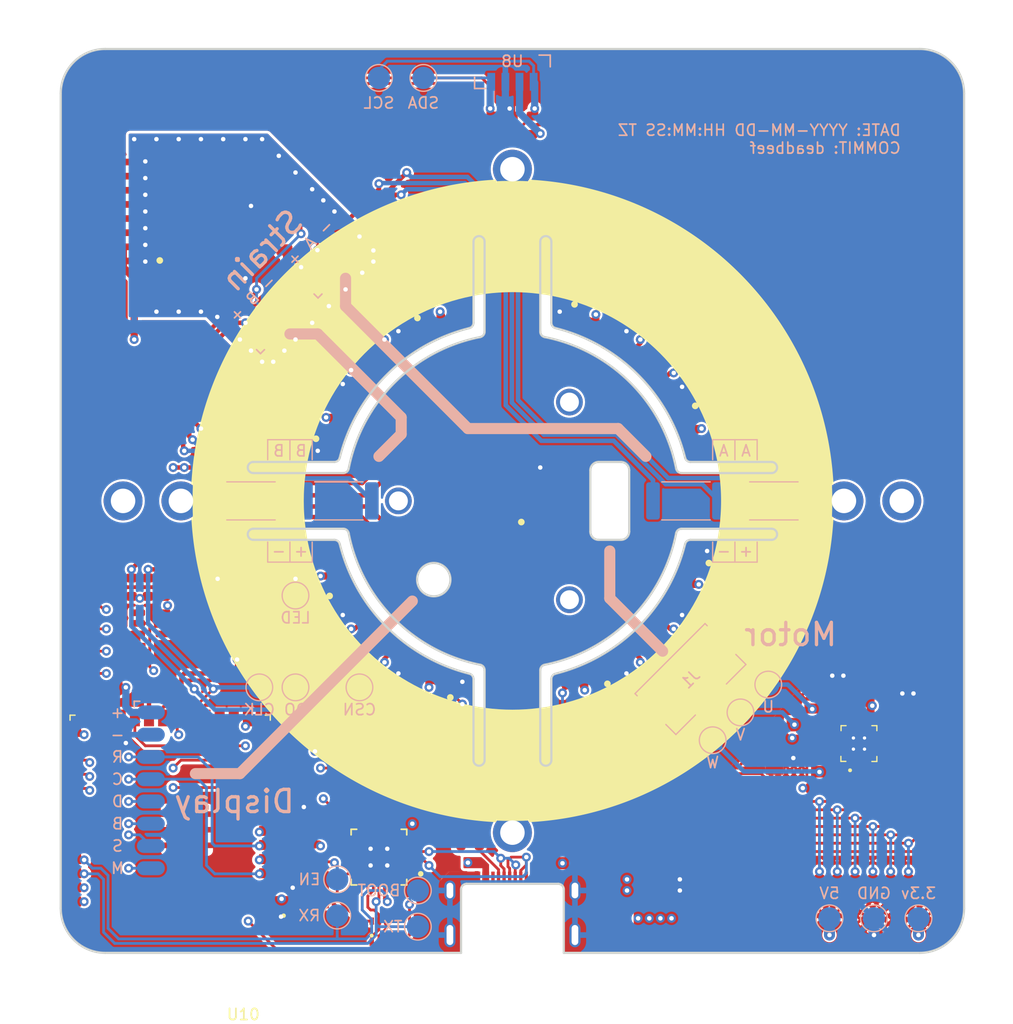
<source format=kicad_pcb>
(kicad_pcb (version 20221018) (generator pcbnew)
  (layers (0 "F.Cu" signal) (1 "In1.Cu" signal) (2 "In2.Cu" signal) (31 "B.Cu" signal) (34 "B.Paste" user) (35 "F.Paste" user) (36 "B.SilkS" user "B.Silkscreen") (37 "F.SilkS" user "F.Silkscreen") (38 "B.Mask" user) (39 "F.Mask" user) (44 "Edge.Cuts" user))
  (property "COMMIT_DATE_LONG" "YYYY-MM-DD HH:MM:SS TZ")
  (property "COMMIT_HASH" "deadbeef")
  (property "RELEASE_VERSION" "v#.#")
  (net 0 "")
  (net 1 "GND")
  (net 2 "Net-(U5-VCP)")
  (net 3 "Net-(U5-1V8OUT)")
  (net 4 "Net-(U4-VBG)")
  (net 5 "Net-(U4-INA+)")
  (net 6 "Net-(U4-INA-)")
  (net 7 "Net-(D1-DOUT)")
  (net 8 "Net-(D2-DOUT)")
  (net 9 "/USB_CC1")
  (net 10 "/USB_D-")
  (net 11 "/USB_D+")
  (net 12 "/USB_CC2")
  (net 13 "Net-(D3-DOUT)")
  (net 14 "/STRAIN_E+")
  (net 15 "Net-(D4-DOUT)")
  (net 16 "Net-(D5-DOUT)")
  (net 17 "Net-(D6-DOUT)")
  (net 18 "Net-(D7-DOUT)")
  (net 20 "Net-(J1-Pin_1)")
  (net 21 "Net-(J1-Pin_2)")
  (net 22 "Net-(J1-Pin_3)")
  (net 25 "/STRAIN_S-")
  (net 26 "/STRAIN_S+")
  (net 27 "/RTS")
  (net 28 "/DTR")
  (net 29 "/ESP32_EN")
  (net 30 "/ESP32_BOOT")
  (net 31 "/USB_SERIAL_RXI")
  (net 32 "/USB_SERIAL_TXO")
  (net 33 "/LED_DATA_5V")
  (net 34 "/LCD_CMD")
  (net 35 "/LCD_CS")
  (net 36 "/LCD_BACKLIGHT")
  (net 37 "/LCD_DATA")
  (net 38 "/LCD_SCK")
  (net 39 "/LCD_RST")
  (net 40 "/MAG_DO")
  (net 41 "/MAG_CLK")
  (net 42 "/MAG_CSN")
  (net 43 "/STRAIN_DO")
  (net 44 "/STRAIN_SCK")
  (net 45 "/TMC_UH")
  (net 46 "/TMC_VH")
  (net 47 "/TMC_WH")
  (net 48 "/TMC_UL")
  (net 49 "/TMC_WL")
  (net 50 "/TMC_VL")
  (net 51 "/TMC_DIAG")
  (net 52 "/LED_DATA_3V3")
  (net 53 "/SDA")
  (net 54 "/SCL")
  (net 55 "GNDA")
  (net 56 "Net-(Q1-C)")
  (net 66 "Net-(Q1-B)")
  (net 67 "Net-(U4-VFB)")
  (net 82 "+5V")
  (net 83 "+3V3")
  (net 97 "Net-(U2-~{RST})")
  (footprint "cleaned footprints:C_0603_1608Metric" (layer "F.Cu") (at 89.75 114 -33.8)
    (fp_text reference "C2" hide)
    (fp_text value "0.1uF")
  )
  (footprint "Holes:MountingHole_M1.6" (layer "F.Cu") (at 105.125427 91.1225)
    (fp_text reference "H3" hide)
    (fp_text value "MotorHole")
  )
  (footprint "Holes:MountingHole_M1.6" (layer "F.Cu") (at 105.125427 108.877499)
    (fp_text reference "H1" hide)
    (fp_text value "MotorHole")
  )
  (footprint "Holes:MountingHole_M1.6" (layer "F.Cu") (at 89.749146 100)
    (fp_text reference "H2" hide)
    (fp_text value "MotorHole")
  )
  (footprint "Holes:MountingHole_2.2mm_M2_ISO7380_Pad_NonVirtual" (layer "F.Cu") (at 100 129.8)
    (fp_text reference "H4" hide)
    (fp_text value "MountHole")
  )
  (footprint "Holes:MountingHole_2.2mm_M2_ISO7380_Pad_NonVirtual" (layer "F.Cu") (at 70.2 100)
    (fp_text reference "H5" hide)
    (fp_text value "MountHole")
  )
  (footprint "Holes:MountingHole_2.2mm_M2_ISO7380_Pad_NonVirtual" (layer "F.Cu") (at 100 70.2)
    (fp_text reference "H6" hide)
    (fp_text value "MountHole")
  )
  (footprint "cleaned footprints:SK6812-SIDE-A" (layer "F.Cu") (at 91.735336 115.248051 -22.5)
    (fp_text reference "D2" hide)
    (fp_text value "SK6812SIDE-A")
  )
  (footprint "Holes:MountingHole_2.2mm_M2_ISO7380_Pad_NonVirtual" (layer "F.Cu") (at 129.8 100)
    (fp_text reference "H7" hide)
    (fp_text value "MountHole")
  )
  (footprint "cleaned footprints:C_0603_1608Metric" (layer "F.Cu") (at 86 110.25 123.7)
    (fp_text reference "C1" hide)
    (fp_text value "0.1uF")
  )
  (footprint "cleaned footprints:SK6812-SIDE-A" (layer "F.Cu") (at 83.374 104.938 -67.5)
    (fp_text reference "D1" hide)
    (fp_text value "SK6812SIDE-A")
  )
  (footprint "GCT_USB:USB4510_NoPaste" (layer "F.Cu") (at 100 140.6)
    (fp_text reference "J2")
    (fp_text value "USB_C_Receptacle_USB2.0")
    (fp_line (start -4.62 0) (end -4.62 -5.7) (stroke (width 0.2)) (layer "Edge.Cuts"))
    (fp_line (start -4.12 -6.2) (end 4.12 -6.2) (stroke (width 0.2)) (layer "Edge.Cuts"))
    (fp_line (start 4.62 0) (end 4.62 -5.7) (stroke (width 0.2)) (layer "Edge.Cuts"))
    (fp_arc (start -4.62 -5.7) (mid -4.473553 -6.053553) (end -4.12 -6.2) (stroke (width 0.2)) (layer "Edge.Cuts"))
    (fp_arc (start 4.12 -6.2) (mid 4.473553 -6.053553) (end 4.62 -5.7) (stroke (width 0.2)) (layer "Edge.Cuts"))
  )
  (footprint "cleaned footprints:R_0603_1608Metric" (layer "F.Cu") (at 96.2 130.9 180)
    (fp_text reference "R1" hide)
    (fp_text value "5.1k" hide)
  )
  (footprint "cleaned footprints:R_0603_1608Metric" (layer "F.Cu") (at 103.8 130.9)
    (fp_text reference "R2" hide)
    (fp_text value "5.1k" hide)
  )
  (footprint "cleaned footprints:C_0603_1608Metric" (layer "F.Cu") (at 80.25 130 90)
    (fp_text reference "C11" hide)
    (fp_text value "0.1uF")
  )
  (footprint "cleaned footprints:C_0805_2012Metric" (layer "F.Cu") (at 124.15 122.3 -90)
    (fp_text reference "C13" hide)
    (fp_text value "22uF" hide)
  )
  (footprint "cleaned footprints:C_0603_1608Metric" (layer "F.Cu") (at 126.15 122.3 -90)
    (fp_text reference "C14" hide)
    (fp_text value "0.1uF")
  )
  (footprint "cleaned footprints:C_0603_1608Metric" (layer "F.Cu") (at 127.6 125.8)
    (fp_text reference "C15" hide)
    (fp_text value "0.1uF")
  )
  (footprint "cleaned footprints:C_0805_2012Metric" (layer "F.Cu") (at 68.5 81 -90)
    (fp_text reference "C16" hide)
    (fp_text value "10uF" hide)
  )
  (footprint "cleaned footprints:C_0603_1608Metric" (layer "F.Cu") (at 132.85 117.3)
    (fp_text reference "C17" hide)
    (fp_text value "0.1uF")
  )
  (footprint "cleaned footprints:C_0805_2012Metric" (layer "F.Cu") (at 79.5 76.5 90)
    (fp_text reference "C18" hide)
    (fp_text value "10uF" hide)
  )
  (footprint "cleaned footprints:C_0603_1608Metric" (layer "F.Cu") (at 73 72.5 180)
    (fp_text reference "C22" hide)
    (fp_text value "0.1uF")
  )
  (footprint "cleaned footprints:SOT-23" (layer "F.Cu") (at 73.5 80)
    (fp_text reference "Q1" hide)
    (fp_text value "MMBT4403" hide)
  )
  (footprint "cleaned footprints:R_0603_1608Metric" (layer "F.Cu") (at 73 74)
    (fp_text reference "R4" hide)
    (fp_text value "8.2k" hide)
  )
  (footprint "cleaned footprints:R_0603_1608Metric" (layer "F.Cu") (at 75 70.5)
    (fp_text reference "R5" hide)
    (fp_text value "100" hide)
  )
  (footprint "cleaned footprints:C_0805_2012Metric" (layer "F.Cu") (at 63.5 116.75 180)
    (fp_text reference "C26" hide)
    (fp_text value "10uF" hide)
  )
  (footprint "cleaned footprints:SOT-363_SC-70-6" (layer "F.Cu") (at 88 138.7 90)
    (fp_text reference "Q2" hide)
    (fp_text value "UMH3N" hide)
  )
  (footprint "view_custom:ViewKeepouts3d" (layer "F.Cu") (at 100 100)
    (fp_text reference "Z5" hide)
    (fp_text value "dummy_keepouts")
  )
  (footprint "cleaned footprints:C_0603_1608Metric" (layer "F.Cu") (at 70.5 81 -90)
    (fp_text reference "C12" hide)
    (fp_text value "0.1uF")
  )
  (footprint "cleaned footprints:SOT-23-5" (layer "F.Cu") (at 67.45 111)
    (fp_text reference "U7" hide)
    (fp_text value "SN74LV1T34DBV" hide)
  )
  (footprint "cleaned footprints:C_0603_1608Metric" (layer "F.Cu") (at 89.75 86 33.7)
    (fp_text reference "C7" hide)
    (fp_text value "0.1uF")
  )
  (footprint "cleaned footprints:SK6812-SIDE-A" (layer "F.Cu") (at 95.062 83.374 -157.5)
    (fp_text reference "D7" hide)
    (fp_text value "SK6812SIDE-A")
  )
  (footprint "cleaned footprints:SK6812-SIDE-A" (layer "F.Cu") (at 84.751949 91.735336 -112.5)
    (fp_text reference "D8" hide)
    (fp_text value "SK6812SIDE-A")
  )
  (footprint "cleaned footprints:C_0603_1608Metric" (layer "F.Cu") (at 86 89.5 -123.8)
    (fp_text reference "C8" hide)
    (fp_text value "0.1uF")
  )
  (footprint "cleaned footprints:L_0805_2012Metric" (layer "F.Cu") (at 75.75 76.5 -90)
    (fp_text reference "L1" hide)
    (fp_text value "3.3uH" hide)
  )
  (footprint "cleaned footprints:QFN-20-1EP_3x3mm_P0.4mm_EP1.65x1.65mm_ThermalVias_LargerViaHoles" (layer "F.Cu") (at 131.15 121.8 90)
    (fp_text reference "U5" hide)
    (fp_text value "TMC6300" hide)
  )
  (footprint "cleaned footprints:C_0603_1608Metric" (layer "F.Cu") (at 100 66.25 90)
    (fp_text reference "C27" hide)
    (fp_text value "0.1uF")
  )
  (footprint "cleaned footprints:C_0603_1608Metric" (layer "F.Cu") (at 129 117.3 180)
    (fp_text reference "C21" hide)
    (fp_text value "0.1uF")
  )
  (footprint "cleaned footprints:R_0603_1608Metric" (layer "F.Cu") (at 67.25 107.75 -90)
    (fp_text reference "R16" hide)
    (fp_text value "2.2k" hide)
  )
  (footprint "cleaned footprints:SOIC-8_3.9x4.9mm_P1.27mm" (layer "F.Cu") (at 100 100 180)
    (fp_text reference "U1" hide)
    (fp_text value "MT6701-CT" hide)
  )
  (footprint "Capacitor_SMD:C_0603_1608Metric" (layer "F.Cu") (at 99.975 103.75 180)
    (fp_text reference "C20" hide)
    (fp_text value "0.1uF" hide)
  )
  (footprint "cleaned footprints:C_0603_1608Metric" (layer "F.Cu") (at 68.75 107.75 90)
    (fp_text reference "C29" hide)
    (fp_text value "0.1uF")
  )
  (footprint "cleaned footprints:R_0603_1608Metric" (layer "F.Cu") (at 65.75 107.75 90)
    (fp_text reference "R15" hide)
    (fp_text value "2.2k" hide)
  )
  (footprint "cleaned footprints:R_0603_1608Metric" (layer "F.Cu") (at 101.75 66.25 90)
    (fp_text reference "R14" hide)
    (fp_text value "2.2k" hide)
  )
  (footprint "cleaned footprints:R_0603_1608Metric" (layer "F.Cu") (at 98.25 66.25 90)
    (fp_text reference "R13" hide)
    (fp_text value "2.2k" hide)
  )
  (footprint "cleaned footprints:SOIC-16_3.9x9.9mm_P1.27mm" (layer "F.Cu") (at 67.5 74 180)
    (fp_text reference "U4" hide)
    (fp_text value "HX711" hide)
  )
  (footprint "cleaned footprints:R_0603_1608Metric" (layer "F.Cu") (at 75 69 180)
    (fp_text reference "R6" hide)
    (fp_text value "100" hide)
  )
  (footprint "cleaned footprints:C_0603_1608Metric" (layer "F.Cu") (at 77.5 76.5 90)
    (fp_text reference "C19" hide)
    (fp_text value "0.1uF")
  )
  (footprint "cleaned footprints:R_0603_1608Metric" (layer "F.Cu") (at 73 75.5 180)
    (fp_text reference "R3" hide)
    (fp_text value "10k" hide)
  )
  (footprint "cleaned footprints:C_0603_1608Metric" (layer "F.Cu") (at 72.5 69.5 -90)
    (fp_text reference "C23" hide)
    (fp_text value "0.1uF")
  )
  (footprint "cleaned footprints:R_0603_1608Metric" (layer "F.Cu") (at 127.6 134.8 -90)
    (fp_text reference "R7" hide)
    (fp_text value "10k" hide)
  )
  (footprint "cleaned footprints:R_0603_1608Metric" (layer "F.Cu") (at 129.2 134.8 -90)
    (fp_text reference "R8" hide)
    (fp_text value "10k" hide)
  )
  (footprint "cleaned footprints:R_0603_1608Metric" (layer "F.Cu") (at 135.6 134.8 -90)
    (fp_text reference "R12" hide)
    (fp_text value "10k" hide)
  )
  (footprint "cleaned footprints:R_0603_1608Metric" (layer "F.Cu") (at 130.8 134.8 -90)
    (fp_text reference "R9" hide)
    (fp_text value "10k" hide)
  )
  (footprint "cleaned footprints:R_0603_1608Metric" (layer "F.Cu") (at 132.4 134.8 -90)
    (fp_text reference "R10" hide)
    (fp_text value "10k" hide)
  )
  (footprint "cleaned footprints:R_0603_1608Metric" (layer "F.Cu") (at 134 134.8 -90)
    (fp_text reference "R11" hide)
    (fp_text value "10k" hide)
  )
  (footprint "cleaned footprints:R_0603_1608Metric" (layer "F.Cu") (at 82 133.25 90)
    (fp_text reference "R17" hide)
    (fp_text value "10k" hide)
  )
  (footprint "cleaned footprints:C_0603_1608Metric" (layer "F.Cu") (at 80.25 133.25 -90)
    (fp_text reference "C28" hide)
    (fp_text value "1uF")
  )
  (footprint "cleaned footprints:C_0603_1608Metric" (layer "F.Cu") (at 80.25 136.75 -90)
    (fp_text reference "C25" hide)
    (fp_text value "0.1uF")
  )
  (footprint "cleaned footprints:C_0805_2012Metric" (layer "F.Cu") (at 117.5 136 90)
    (fp_text reference "C10" hide)
    (fp_text value "10uF" hide)
  )
  (footprint "cleaned footprints:C_0805_2012Metric" (layer "F.Cu") (at 108.1 136 -90)
    (fp_text reference "C9" hide)
    (fp_text value "10uF" hide)
  )
  (footprint "BOM_Only:bom_only_no_pin" (layer "F.Cu") (at 120.4 71.8)
    (fp_text reference "Z6")
    (fp_text value "RotorScrew (BOM-only)")
  )
  (footprint "BOM_Only:bom_only_no_pin" (layer "F.Cu") (at 121.9 71.8)
    (fp_text reference "Z7")
    (fp_text value "RotorScrew (BOM-only)")
  )
  (footprint "BOM_Only:bom_only_no_pin" (layer "F.Cu") (at 123.4 71.8)
    (fp_text reference "Z8")
    (fp_text value "RotorScrew (BOM-only)")
  )
  (footprint "BOM_Only:bom_only_no_pin" (layer "F.Cu") (at 120.4 71.8)
    (fp_text reference "Z9")
    (fp_text value "WatchGlass39.5mm")
  )
  (footprint "BOM_Only:bom_only_no_pin" (layer "F.Cu") (at 121.9 71.8)
    (fp_text reference "Z10")
    (fp_text value "BLDCMotor")
  )
  (footprint "Holes:MountingHole_2.2mm_M2_ISO7380_Pad_NonVirtual" (layer "F.Cu") (at 135 100)
    (fp_text reference "H8" hide)
    (fp_text value "AlignmentHole")
  )
  (footprint "Holes:MountingHole_2.2mm_M2_ISO7380_Pad_NonVirtual" (layer "F.Cu") (at 65 100)
    (fp_text reference "H9" hide)
    (fp_text value "AlignmentHole")
  )
  (footprint "cleaned footprints:C_0805_2012Metric" (layer "F.Cu") (at 82.25 136.75 -90)
    (fp_text reference "C24" hide)
    (fp_text value "10uF" hide)
  )
  (footprint "cleaned footprints:C_0603_1608Metric" (layer "F.Cu") (at 114 89.75 -56.3)
    (fp_text reference "C5" hide)
    (fp_text value "0.1uF")
  )
  (footprint "cleaned footprints:SK6812-SIDE-A" (layer "F.Cu") (at 116.626 95.062 112.5)
    (fp_text reference "D5" hide)
    (fp_text value "SK6812SIDE-A")
  )
  (footprint "cp2102:Silicon_Labs-CP2102N-A02-GQFN28-IPC_A" (layer "F.Cu") (at 88 132 180)
    (fp_text reference "U2" hide)
    (fp_text value "CP2102N-A02-GQFN28" hide)
  )
  (footprint "cleaned footprints:C_0603_1608Metric" (layer "F.Cu") (at 110.25 114 -146.3)
    (fp_text reference "C3" hide)
    (fp_text value "0.1uF")
  )
  (footprint "cleaned footprints:SOT-223-3_TabPin2_GndOutIn" (layer "F.Cu") (at 112.8 135.9 -90)
    (fp_text reference "U9" hide)
    (fp_text value "TS1117BCW33_RPG" hide)
  )
  (footprint "cleaned footprints:C_0603_1608Metric" (layer "F.Cu") (at 110.25 86 146.2)
    (fp_text reference "C6" hide)
    (fp_text value "0.1uF")
  )
  (footprint "cleaned footprints:XCVR_ESP32S3WROOM1N8R8U" (layer "F.Cu") (at 69.235 132 180)
    (fp_text reference "U10")
    (fp_text value "ESP32-S3-WROOM-1-N8R8")
  )
  (footprint "cleaned footprints:SK6812-SIDE-A" (layer "F.Cu") (at 108.264664 84.751949 157.5)
    (fp_text reference "D6" hide)
    (fp_text value "SK6812SIDE-A")
  )
  (footprint "cleaned footprints:SK6812-SIDE-A" (layer "F.Cu") (at 115.248051 108.264664 67.5)
    (fp_text reference "D4" hide)
    (fp_text value "SK6812SIDE-A")
  )
  (footprint "cleaned footprints:C_0603_1608Metric" (layer "F.Cu") (at 114 110.25 56.199)
    (fp_text reference "C4" hide)
    (fp_text value "0.1uF")
  )
  (footprint "cleaned footprints:R_0603_1608Metric" (layer "F.Cu") (at 82 130 90)
    (fp_text reference "R22" hide)
    (fp_text value "1K" hide)
  )
  (footprint "cleaned footprints:SK6812-SIDE-A" (layer "F.Cu") (at 104.938 116.626 22.5)
    (fp_text reference "D3" hide)
    (fp_text value "SK6812SIDE-A")
  )
  (footprint "SolderPads:SolderPads_2mm_8" (layer "B.Cu") (at 67.5 119 -90)
    (fp_text reference "J3" hide)
    (fp_text value "LCD")
  )
  (footprint "SolderPads:SolderPads_2mm_3_STRAIN" (layer "B.Cu") (at 82.171573 80 45)
    (fp_text reference "J4" hide)
    (fp_text value "A")
  )
  (footprint "VEML7700:VEML7700-TOP" (layer "B.Cu") (at 100 61 180)
    (fp_text reference "U8")
    (fp_text value "VEML7700")
  )
  (footprint "SolderPads:SolderPads_2mm_3_STRAIN" (layer "B.Cu") (at 77 85 45)
    (fp_text reference "J5" hide)
    (fp_text value "B")
  )
  (footprint "Molex:532610371" (layer "B.Cu") (at 116.816 118.584 45)
    (fp_text reference "J1")
    (fp_text value "BLDC")
  )
  (footprint "Modified:TestPoint_Pad_D2.0mm_ValueSilk" (layer "B.Cu") (at 128.5 137.5)
    (fp_text reference "TP1" hide)
    (fp_text value "5V" hide)
  )
  (footprint "Modified:TestPoint_Pad_D2.0mm_ValueSilk" (layer "B.Cu") (at 136.5 137.5)
    (fp_text reference "TP2" hide)
    (fp_text value "3.3v" hide)
  )
  (footprint "Modified:TestPoint_Pad_D2.0mm_ValueSilk" (layer "B.Cu") (at 132.5 137.5)
    (fp_text reference "TP3" hide)
    (fp_text value "GND" hide)
  )
  (footprint "Modified:TestPoint_Pad_D2.0mm_ValueSilk" (layer "B.Cu") (at 92 62)
    (fp_text reference "TP4" hide)
    (fp_text value "SDA" hide)
  )
  (footprint "Modified:TestPoint_Pad_D2.0mm_ValueSilk" (layer "B.Cu") (at 88 62)
    (fp_text reference "TP5" hide)
    (fp_text value "SCL" hide)
  )
  (footprint "Modified:TestPoint_Pad_D2.0mm_ValueSilk" (layer "B.Cu") (at 123 116.5)
    (fp_text reference "TP6" hide)
    (fp_text value "U" hide)
  )
  (footprint "Modified:TestPoint_Pad_D2.0mm_ValueSilk" (layer "B.Cu") (at 120.5 119)
    (fp_text reference "TP7" hide)
    (fp_text value "V" hide)
  )
  (footprint "Modified:TestPoint_Pad_D2.0mm_ValueSilk" (layer "B.Cu") (at 118 121.5)
    (fp_text reference "TP8" hide)
    (fp_text value "W" hide)
  )
  (footprint "Modified:TestPoint_Pad_D2.0mm_ValueSilk" (layer "B.Cu") (at 86.25 116.75)
    (fp_text reference "TP9" hide)
    (fp_text value "CSN" hide)
  )
  (footprint "Modified:TestPoint_Pad_D2.0mm_ValueSilk" (layer "B.Cu") (at 80.5 116.75)
    (fp_text reference "TP11" hide)
    (fp_text value "DO" hide)
  )
  (footprint "Modified:TestPoint_Pad_D2.0mm_ValueSilk" (layer "B.Cu") (at 80.5 108.5)
    (fp_text reference "TP12" hide)
    (fp_text value "LED" hide)
  )
  (footprint "Modified:TestPoint_Pad_D2.0mm_ValueSilk" (layer "B.Cu") (at 77.25 116.75)
    (fp_text reference "TP10" hide)
    (fp_text value "CLK" hide)
  )
  (footprint "Modified:TestPoint_Pad_D2.0mm_ValueSilk" (layer "B.Cu") (at 84.25 134)
    (fp_text reference "TP13" hide)
    (fp_text value "EN" hide)
  )
  (footprint "Modified:TestPoint_Pad_D2.0mm_ValueSilk" (layer "B.Cu") (at 91.5 135)
    (fp_text reference "TP14" hide)
    (fp_text value "BOOT" hide)
  )
  (footprint "Modified:TestPoint_Pad_D2.0mm_ValueSilk" (layer "B.Cu") (at 91.5 138.25 180)
    (fp_text reference "TP15" hide)
    (fp_text value "TX" hide)
  )
  (footprint "Modified:TestPoint_Pad_D2.0mm_ValueSilk" (layer "B.Cu") (at 84.25 137.25 180)
    (fp_text reference "TP16" hide)
    (fp_text value "RX" hide)
  )
  (footprint "Resistor_SMD:R_2512_6332Metric" (layer "B.Cu") (at 123.5 100 180)
    (fp_text reference "R18" hide)
    (fp_text value "330")
  )
  (footprint "NetTie:NetTie-2_SMD_Pad0.5mm" (layer "B.Cu") (at 66 83.6 -90)
    (fp_text reference "NT1" hide)
    (fp_text value "NetTie_2")
  )
  (footprint "Resistor_SMD:R_2512_6332Metric" (layer "B.Cu") (at 76.5 100)
    (fp_text reference "R21" hide)
    (fp_text value "330")
  )
  (footprint "Resistor_SMD:R_2512_6332Metric" (layer "B.Cu") (at 115.6 100 180)
    (fp_text reference "R19" hide)
    (fp_text value "330")
  )
  (footprint "Resistor_SMD:R_2512_6332Metric" (layer "B.Cu") (at 84.4 100)
    (fp_text reference "R20" hide)
    (fp_text value "330")
  )
  (gr_line (start 78 96.3) (end 78 94.5) (stroke (width 0.12)) (layer "B.SilkS"))
  (gr_line (start 78 103.7) (end 78 105.5) (stroke (width 0.12)) (layer "B.SilkS"))
  (gr_line (start 80 96.3) (end 80 94.5) (stroke (width 0.12)) (layer "B.SilkS"))
  (gr_line (start 82 105.5) (end 82 103.7) (stroke (width 0.12)) (layer "B.SilkS"))
  (gr_line (start 78 105.5) (end 82 105.5) (stroke (width 0.12)) (layer "B.SilkS"))
  (gr_line (start 78 94.5) (end 82 94.5) (stroke (width 0.12)) (layer "B.SilkS"))
  (gr_line (start 82 94.5) (end 82 96.3) (stroke (width 0.12)) (layer "B.SilkS"))
  (gr_line (start 80 105.5) (end 80 103.7) (stroke (width 0.12)) (layer "B.SilkS"))
  (gr_line (start 90 94) (end 90 92.5) (stroke (width 1)) (layer "B.SilkS"))
  (gr_line (start 96 93.5) (end 85 82.5) (stroke (width 1)) (layer "B.SilkS"))
  (gr_line (start 75.5 124.5) (end 71.5 124.5) (stroke (width 1)) (layer "B.SilkS"))
  (gr_line (start 118 96.3) (end 118 94.5) (stroke (width 0.12)) (layer "B.SilkS"))
  (gr_line (start 118 94.5) (end 122 94.5) (stroke (width 0.12)) (layer "B.SilkS"))
  (gr_line (start 88 96) (end 90 94) (stroke (width 1)) (layer "B.SilkS"))
  (gr_line (start 122 94.5) (end 122 96.3) (stroke (width 0.12)) (layer "B.SilkS"))
  (gr_line (start 109.5 93.5) (end 96 93.5) (stroke (width 1)) (layer "B.SilkS"))
  (gr_line (start 90 92.5) (end 82.5 85) (stroke (width 1)) (layer "B.SilkS"))
  (gr_line (start 112 96) (end 109.5 93.5) (stroke (width 1)) (layer "B.SilkS"))
  (gr_line (start 108.75 104.5) (end 108.75 108.75) (stroke (width 1)) (layer "B.SilkS"))
  (gr_line (start 120 96.3) (end 120 94.5) (stroke (width 0.12)) (layer "B.SilkS"))
  (gr_line (start 108.75 108.75) (end 113.5 113.5) (stroke (width 1)) (layer "B.SilkS"))
  (gr_line (start 118 103.7) (end 118 105.5) (stroke (width 0.12)) (layer "B.SilkS"))
  (gr_line (start 122 105.5) (end 122 103.7) (stroke (width 0.12)) (layer "B.SilkS"))
  (gr_line (start 85 82.5) (end 85 80) (stroke (width 1)) (layer "B.SilkS"))
  (gr_line (start 120 105.5) (end 120 103.7) (stroke (width 0.12)) (layer "B.SilkS"))
  (gr_line (start 91 109) (end 75.5 124.5) (stroke (width 1)) (layer "B.SilkS"))
  (gr_line (start 82.5 85) (end 80 85) (stroke (width 1)) (layer "B.SilkS"))
  (gr_line (start 118 105.5) (end 122 105.5) (stroke (width 0.12)) (layer "B.SilkS"))
  (gr_circle (center 100 100) (end 123.75 100.5) (stroke (width 10)) (fill none) (layer "F.SilkS"))
  (gr_arc (start 98.452153 128.758375) (mid 79.64214 120.371488) (end 71.242667 101.567092) (stroke (width 0.2)) (layer "F.SilkS"))
  (gr_arc (start 128.758375 101.547847) (mid 120.371488 120.35786) (end 101.567092 128.757333) (stroke (width 0.2)) (layer "F.SilkS"))
  (gr_arc (start 101.547847 71.241625) (mid 120.35786 79.628512) (end 128.757333 98.432908) (stroke (width 0.2)) (layer "F.SilkS"))
  (gr_arc (start 71.241625 98.452153) (mid 79.628512 79.64214) (end 98.432908 71.242667) (stroke (width 0.2)) (layer "F.SilkS"))
  (gr_line (start 84.793094 102.499999) (end 76.709801 102.499999) (stroke (width 0.2)) (layer "Edge.Cuts"))
  (gr_line (start 96.5 116.00781) (end 96.5 123.290199) (stroke (width 0.2)) (layer "Edge.Cuts"))
  (gr_line (start 97.5 123.290199) (end 97.500001 115.206906) (stroke (width 0.2)) (layer "Edge.Cuts"))
  (gr_arc (start 103.499999 116.00781) (mid 103.605914 115.700081) (end 103.878787 115.522725) (stroke (width 0.2)) (layer "Edge.Cuts"))
  (gr_arc (start 97.5 123.290199) (mid 97 123.790199) (end 96.5 123.290199) (stroke (width 0.2)) (layer "Edge.Cuts"))
  (gr_arc (start 114.71636 102.903226) (mid 110.606601 110.606601) (end 102.903225 114.71636) (stroke (width 0.2)) (layer "Edge.Cuts"))
  (gr_arc (start 114.716361 102.903226) (mid 114.889406 102.613745) (end 115.206906 102.5) (stroke (width 0.2)) (layer "Edge.Cuts"))
  (gr_arc (start 115.522725 103.878788) (mid 111.313708 111.313709) (end 103.878787 115.522725) (stroke (width 0.2)) (layer "Edge.Cuts"))
  (gr_arc (start 110.499999 102.75) (mid 110.280329 103.28033) (end 109.749999 103.5) (stroke (width 0.2)) (layer "Edge.Cuts"))
  (gr_arc (start 115.522726 103.878787) (mid 115.700082 103.605915) (end 116.00781 103.5) (stroke (width 0.2)) (layer "Edge.Cuts"))
  (gr_line (start 110.499999 102.75) (end 110.499999 97.250001) (stroke (width 0.2)) (layer "Edge.Cuts"))
  (gr_arc (start 123.290199 96.500001) (mid 123.790199 97.000001) (end 123.290199 97.500001) (stroke (width 0.2)) (layer "Edge.Cuts"))
  (gr_arc (start 103.499999 123.290199) (mid 102.999999 123.790199) (end 102.499999 123.290199) (stroke (width 0.2)) (layer "Edge.Cuts"))
  (gr_line (start 103.499999 123.290199) (end 103.499999 116.00781) (stroke (width 0.2)) (layer "Edge.Cuts"))
  (gr_arc (start 109.749999 96.500001) (mid 110.280329 96.719671) (end 110.499999 97.250001) (stroke (width 0.2)) (layer "Edge.Cuts"))
  (gr_line (start 109.749999 96.500001) (end 107.749999 96.500001) (stroke (width 0.2)) (layer "Edge.Cuts"))
  (gr_arc (start 106.999999 97.250001) (mid 107.219669 96.719671) (end 107.749999 96.500001) (stroke (width 0.2)) (layer "Edge.Cuts"))
  (gr_line (start 106.999999 97.250001) (end 106.999999 102.75) (stroke (width 0.2)) (layer "Edge.Cuts"))
  (gr_circle (center 92.928933 107.071067) (end 94.428933 107.071067) (stroke (width 0.2)) (fill none) (layer "Edge.Cuts"))
  (gr_line (start 116.00781 103.5) (end 123.290199 103.5) (stroke (width 0.2)) (layer "Edge.Cuts"))
  (gr_arc (start 107.749999 103.5) (mid 107.219669 103.28033) (end 106.999999 102.75) (stroke (width 0.2)) (layer "Edge.Cuts"))
  (gr_arc (start 102.903226 85.28364) (mid 110.606601 89.393399) (end 114.71636 97.096775) (stroke (width 0.2)) (layer "Edge.Cuts"))
  (gr_line (start 115.206906 97.500001) (end 123.290199 97.500001) (stroke (width 0.2)) (layer "Edge.Cuts"))
  (gr_arc (start 96.121212 115.522725) (mid 88.686291 111.313708) (end 84.477275 103.878787) (stroke (width 0.2)) (layer "Edge.Cuts"))
  (gr_arc (start 115.206906 97.500002) (mid 114.889405 97.386257) (end 114.71636 97.096775) (stroke (width 0.2)) (layer "Edge.Cuts"))
  (gr_arc (start 102.499998 115.206906) (mid 102.613743 114.889405) (end 102.903225 114.71636) (stroke (width 0.2)) (layer "Edge.Cuts"))
  (gr_arc (start 140.6 136.599999) (mid 139.428427 139.428426) (end 136.6 140.599999) (stroke (width 0.2)) (layer "Edge.Cuts"))
  (gr_line (start 123.290199 102.5) (end 115.206906 102.5) (stroke (width 0.2)) (layer "Edge.Cuts"))
  (gr_arc (start 76.709801 103.499999) (mid 76.209801 102.999999) (end 76.709801 102.499999) (stroke (width 0.2)) (layer "Edge.Cuts"))
  (gr_arc (start 97.096774 114.71636) (mid 89.393399 110.606601) (end 85.28364 102.903225) (stroke (width 0.2)) (layer "Edge.Cuts"))
  (gr_arc (start 83.99219 103.499999) (mid 84.299919 103.605914) (end 84.477275 103.878787) (stroke (width 0.2)) (layer "Edge.Cuts"))
  (gr_arc (start 97.096774 114.71636) (mid 97.386256 114.889405) (end 97.500001 115.206906) (stroke (width 0.2)) (layer "Edge.Cuts"))
  (gr_line (start 76.709801 103.499999) (end 83.99219 103.499999) (stroke (width 0.2)) (layer "Edge.Cuts"))
  (gr_line (start 102.499999 115.206906) (end 102.499999 123.290199) (stroke (width 0.2)) (layer "Edge.Cuts"))
  (gr_arc (start 84.793094 102.499998) (mid 85.110595 102.613743) (end 85.28364 102.903225) (stroke (width 0.2)) (layer "Edge.Cuts"))
  (gr_line (start 107.749999 103.5) (end 109.749999 103.5) (stroke (width 0.2)) (layer "Edge.Cuts"))
  (gr_arc (start 102.903226 85.283639) (mid 102.613745 85.110594) (end 102.5 84.793094) (stroke (width 0.2)) (layer "Edge.Cuts"))
  (gr_line (start 123.290199 96.500001) (end 116.00781 96.500001) (stroke (width 0.2)) (layer "Edge.Cuts"))
  (gr_arc (start 123.290199 102.5) (mid 123.790199 103) (end 123.290199 103.5) (stroke (width 0.2)) (layer "Edge.Cuts"))
  (gr_arc (start 96.121213 115.522726) (mid 96.394085 115.700082) (end 96.5 116.00781) (stroke (width 0.2)) (layer "Edge.Cuts"))
  (gr_arc (start 59.400001 63.4) (mid 60.571574 60.571573) (end 63.400001 59.4) (stroke (width 0.2)) (layer "Edge.Cuts"))
  (gr_arc (start 136.6 59.4) (mid 139.428427 60.571573) (end 140.6 63.4) (stroke (width 0.2)) (layer "Edge.Cuts"))
  (gr_line (start 59.400001 136.599999) (end 59.400001 63.4) (stroke (width 0.2)) (layer "Edge.Cuts"))
  (gr_line (start 136.6 140.599999) (end 104.619999 140.6) (stroke (width 0.2)) (layer "Edge.Cuts"))
  (gr_line (start 95.38 140.6) (end 63.400001 140.599999) (stroke (width 0.2)) (layer "Edge.Cuts"))
  (gr_arc (start 63.400001 140.599999) (mid 60.571574 139.428426) (end 59.400001 136.599999) (stroke (width 0.2)) (layer "Edge.Cuts"))
  (gr_line (start 140.6 63.4) (end 140.6 136.599999) (stroke (width 0.2)) (layer "Edge.Cuts"))
  (gr_line (start 63.400001 59.4) (end 136.6 59.4) (stroke (width 0.2)) (layer "Edge.Cuts"))
  (gr_arc (start 97.500002 84.793094) (mid 97.386257 85.110595) (end 97.096775 85.28364) (stroke (width 0.2)) (layer "Edge.Cuts"))
  (gr_arc (start 103.878788 84.477275) (mid 111.313709 88.686292) (end 115.522725 96.121213) (stroke (width 0.2)) (layer "Edge.Cuts"))
  (gr_arc (start 103.878787 84.477274) (mid 103.605915 84.299918) (end 103.5 83.99219) (stroke (width 0.2)) (layer "Edge.Cuts"))
  (gr_arc (start 102.5 76.709801) (mid 103 76.209801) (end 103.5 76.709801) (stroke (width 0.2)) (layer "Edge.Cuts"))
  (gr_line (start 83.99219 96.5) (end 76.709801 96.5) (stroke (width 0.2)) (layer "Edge.Cuts"))
  (gr_line (start 102.5 76.709801) (end 102.5 84.793094) (stroke (width 0.2)) (layer "Edge.Cuts"))
  (gr_arc (start 116.00781 96.500001) (mid 115.700081 96.394086) (end 115.522725 96.121213) (stroke (width 0.2)) (layer "Edge.Cuts"))
  (gr_arc (start 85.28364 97.096774) (mid 89.393399 89.393399) (end 97.096775 85.28364) (stroke (width 0.2)) (layer "Edge.Cuts"))
  (gr_line (start 96.500001 76.709801) (end 96.500001 83.99219) (stroke (width 0.2)) (layer "Edge.Cuts"))
  (gr_line (start 103.5 83.99219) (end 103.5 76.709801) (stroke (width 0.2)) (layer "Edge.Cuts"))
  (gr_line (start 76.709801 97.5) (end 84.793094 97.5) (stroke (width 0.2)) (layer "Edge.Cuts"))
  (gr_arc (start 96.500001 83.99219) (mid 96.394086 84.299919) (end 96.121213 84.477275) (stroke (width 0.2)) (layer "Edge.Cuts"))
  (gr_arc (start 84.477275 96.121212) (mid 88.686292 88.686291) (end 96.121213 84.477275) (stroke (width 0.2)) (layer "Edge.Cuts"))
  (gr_arc (start 76.709801 97.5) (mid 76.209801 97) (end 76.709801 96.5) (stroke (width 0.2)) (layer "Edge.Cuts"))
  (gr_arc (start 85.283638 97.096775) (mid 85.110593 97.386256) (end 84.793094 97.5) (stroke (width 0.2)) (layer "Edge.Cuts"))
  (gr_line (start 97.500001 84.793094) (end 97.500001 76.709801) (stroke (width 0.2)) (layer "Edge.Cuts"))
  (gr_arc (start 96.500001 76.709801) (mid 97.000001 76.209801) (end 97.500001 76.709801) (stroke (width 0.2)) (layer "Edge.Cuts"))
  (gr_arc (start 84.477274 96.121213) (mid 84.299918 96.394085) (end 83.99219 96.5) (stroke (width 0.2)) (layer "Edge.Cuts"))
  (gr_text "B" (at 79 95.5) (layer "B.SilkS") (effects (font (size 1 1)) (justify mirror)))
  (gr_text "B" (at 81 95.5) (layer "B.SilkS") (effects (font (size 1 1)) (justify mirror)))
  (gr_text "-" (at 79 104.5) (layer "B.SilkS") (effects (font (size 1 1)) (justify mirror)))
  (gr_text "+" (at 81 104.5) (layer "B.SilkS") (effects (font (size 1 1)) (justify mirror)))
  (gr_text "Motor" (at 125 112) (layer "B.SilkS") (effects (font (size 2 2) (thickness 0.3)) (justify mirror)))
  (gr_text "Display" (at 75 127) (layer "B.SilkS") (effects (font (size 2 2) (thickness 0.3)) (justify mirror)))
  (gr_text "S" (at 64.5 131) (layer "B.SilkS") (effects (font (size 1 1)) (justify mirror)))
  (gr_text "C" (at 64.5 125) (layer "B.SilkS") (effects (font (size 1 1)) (justify mirror)))
  (gr_text "M" (at 64.5 133) (layer "B.SilkS") (effects (font (size 1 1)) (justify mirror)))
  (gr_text "DATE: ${COMMIT_DATE_LONG}\nCOMMIT: ${COMMIT_HASH}\n" (at 135 67.5) (layer "B.SilkS") (effects (font (size 1 1)) (justify left mirror)))
  (gr_text "+" (at 121 104.5) (layer "B.SilkS") (effects (font (size 1 1)) (justify mirror)))
  (gr_text "A" (at 121 95.5) (layer "B.SilkS") (effects (font (size 1 1)) (justify mirror)))
  (gr_text "+" (at 64.5 119) (layer "B.SilkS") (effects (font (size 1 1)) (justify mirror)))
  (gr_text "R" (at 64.5 123) (layer "B.SilkS") (effects (font (size 1 1)) (justify mirror)))
  (gr_text "B" (at 64.5 129) (layer "B.SilkS") (effects (font (size 1 1)) (justify mirror)))
  (gr_text "A" (at 119 95.5) (layer "B.SilkS") (effects (font (size 1 1)) (justify mirror)))
  (gr_text "-" (at 119 104.5) (layer "B.SilkS") (effects (font (size 1 1)) (justify mirror)))
  (gr_text "D" (at 64.5 127) (layer "B.SilkS") (effects (font (size 1 1)) (justify mirror)))
  (gr_text "-" (at 64.5 121) (layer "B.SilkS") (effects (font (size 1 1)) (justify mirror)))
  (gr_text "Strain" (at 77.5 77.5 45) (layer "B.SilkS") (effects (font (size 2 2) (thickness 0.3)) (justify mirror)))
  (segment (start 89.75 115.075142) (end 90.394013 114.431129) (width 0.4) (layer "F.Cu") (net 1))
  (segment (start 115.25 89.75) (end 115.074768 89.75) (width 0.4) (layer "F.Cu") (net 1))
  (segment (start 95.124289 116.625711) (end 95.5 116.25) (width 0.65) (layer "F.Cu") (net 1))
  (segment (start 84.924858 89.5) (end 85.568871 90.144013) (width 0.4) (layer "F.Cu") (net 1))
  (segment (start 95.061302 116.625711) (end 95.124289 116.625711) (width 0.65) (layer "F.Cu") (net 1))
  (segment (start 89.75 115.5) (end 89.75 115.075142) (width 0.4) (layer "F.Cu") (net 1))
  (segment (start 110.25 84.924858) (end 109.605987 85.568871) (width 0.4) (layer "F.Cu") (net 1))
  (segment (start 110.25 84.75) (end 110.25 84.924858) (width 0.4) (layer "F.Cu") (net 1))
  (segment (start 104.25 83) (end 104.564409 83) (width 0.65) (layer "F.Cu") (net 1))
  (segment (start 104.564409 83) (end 104.938698 83.374289) (width 0.65) (layer "F.Cu") (net 1))
  (segment (start 110.25 115.5) (end 110.25 115.074768) (width 0.4) (layer "F.Cu") (net 1))
  (segment (start 90.394764 85.569996) (end 90.917698 85.569996) (width 0.4) (layer "F.Cu") (net 1))
  (segment (start 91.736034 84.75166) (end 91.356108 84.75166) (width 0.25) (layer "F.Cu") (net 1))
  (segment (start 115.075142 110.25) (end 114.431129 109.605987) (width 0.4) (layer "F.Cu") (net 1))
  (segment (start 117.064409 104.5) (end 116.625711 104.938698) (width 0.65) (layer "F.Cu") (net 1))
  (segment (start 84.75 110.25) (end 84.925232 110.25) (width 0.4) (layer "F.Cu") (net 1))
  (segment (start 85.569996 109.605236) (end 85.569996 109.082302) (width 0.4) (layer "F.Cu") (net 1))
  (segment (start 115.074768 89.75) (end 114.430004 90.394764) (width 0.4) (layer "F.Cu") (net 1))
  (segment (start 89.75 84.75) (end 89.75 84.925232) (width 0.4) (layer "F.Cu") (net 1))
  (segment (start 115.24834 91.2131) (end 114.430004 90.394764) (width 0.4) (layer "F.Cu") (net 1))
  (segment (start 115.24834 91.736034) (end 115.24834 91.2131) (width 0.4) (layer "F.Cu") (net 1))
  (segment (start 84.75166 108.263966) (end 84.75166 108.643892) (width 0.25) (layer "F.Cu") (net 1))
  (segment (start 82.5 95.5) (end 82.935591 95.5) (width 0.65) (layer "F.Cu") (net 1))
  (segment (start 99.75 65.225) (end 100 65.475) (width 0.65) (layer "F.Cu") (net 1))
  (segment (start 117.5 104.5) (end 117.064409 104.5) (width 0.65) (layer "F.Cu") (net 1))
  (segment (start 110.25 115.074768) (end 109.605236 114.430004) (width 0.4) (layer "F.Cu") (net 1))
  (segment (start 80.25 134.75) (end 80.25 134.025) (width 0.65) (layer "F.Cu") (net 1))
  (segment (start 89.75 84.925232) (end 90.394764 85.569996) (width 0.4) (layer "F.Cu") (net 1))
  (segment (start 82.935591 95.5) (end 83.374289 95.061302) (width 0.65) (layer "F.Cu") (net 1))
  (segment (start 90.917698 85.569996) (end 91.736034 84.75166) (width 0.4) (layer "F.Cu") (net 1))
  (segment (start 114.322987 109.568871) (end 114.322987 109.427013) (width 0.65) (layer "F.Cu") (net 1))
  (segment (start 84.925232 110.25) (end 85.569996 109.605236) (width 0.4) (layer "F.Cu") (net 1))
  (segment (start 85.569996 109.082302) (end 84.75166 108.263966) (width 0.4) (layer "F.Cu") (net 1))
  (segment (start 115.25 110.25) (end 115.075142 110.25) (width 0.4) (layer "F.Cu") (net 1))
  (segment (start 84.75 89.5) (end 84.924858 89.5) (width 0.4) (layer "F.Cu") (net 1))
  (segment (start 99.75 64.75) (end 99.75 65.225) (width 0.65) (layer "F.Cu") (net 1))
  (segment (start 90.390533 132.5) (end 88.5 132.5) (width 0.25) (layer "F.Cu") (net 1))
  (segment (start 88.5 132.5) (end 88 132) (width 0.25) (layer "F.Cu") (net 1))
  (segment (start 108.263966 115.24834) (end 108.7869 115.24834) (width 0.4) (layer "F.Cu") (net 1))
  (segment (start 108.7869 115.24834) (end 109.605236 114.430004) (width 0.4) (layer "F.Cu") (net 1))
  (via (at 117.5 104.5) (size 0.8) (drill 0.4) (layers "F.Cu" "B.Cu") (net 1))
  (via (at 110.25 115.5) (size 0.8) (drill 0.4) (layers "F.Cu" "B.Cu") (net 1))
  (via (at 102.5 97) (size 0.8) (drill 0.4) (layers "F.Cu" "B.Cu") (net 1))
  (via (at 129.75 115.7) (size 0.8) (drill 0.4) (layers "F.Cu" "B.Cu") (net 1))
  (via (at 81.25 127.5) (size 0.8) (drill 0.4) (layers "F.Cu" "B.Cu") (net 1))
  (via (at 135.05 117.3) (size 0.8) (drill 0.4) (layers "F.Cu" "B.Cu") (net 1))
  (via (at 128.75 115.7) (size 0.8) (drill 0.4) (layers "F.Cu" "B.Cu") (net 1))
  (via (at 82.5 95.5) (size 0.8) (drill 0.4) (layers "F.Cu" "B.Cu") (net 1))
  (via (at 87.25 132.75) (size 0.8) (drill 0.4) (layers "F.Cu" "B.Cu") (net 1))
  (via (at 99.75 64.75) (size 0.8) (drill 0.4) (layers "F.Cu" "B.Cu") (net 1))
  (via (at 84.75 110.25) (size 0.8) (drill 0.4) (layers "F.Cu" "B.Cu") (net 1))
  (via (at 89.75 115.5) (size 0.8) (drill 0.4) (layers "F.Cu" "B.Cu") (net 1))
  (via (at 115.05 135) (size 0.8) (drill 0.4) (layers "F.Cu" "B.Cu") (net 1))
  (via (at 88.75 132.75) (size 0.8) (drill 0.4) (layers "F.Cu" "B.Cu") (net 1))
  (via (at 115.25 89.75) (size 0.8) (drill 0.4) (layers "F.Cu" "B.Cu") (net 1))
  (via (at 87.25 131.25) (size 0.8) (drill 0.4) (layers "F.Cu" "B.Cu") (net 1))
  (via (at 65.25 121.75) (size 0.8) (drill 0.4) (layers "F.Cu" "B.Cu") (net 1))
  (via (at 104.25 83) (size 0.8) (drill 0.4) (layers "F.Cu" "B.Cu") (net 1))
  (via (at 79.2 137.35) (size 0.8) (drill 0.4) (layers "F.Cu" "B.Cu") (net 1))
  (via (at 115.25 110.25) (size 0.8) (drill 0.4) (layers "F.Cu" "B.Cu") (net 1))
  (via (at 80.25 134.75) (size 0.8) (drill 0.4) (layers "F.Cu" "B.Cu") (net 1))
  (via (at 95.5 116.25) (size 0.8) (drill 0.4) (layers "F.Cu" "B.Cu") (net 1))
  (via (at 84.75 89.5) (size 0.8) (drill 0.4) (layers "F.Cu" "B.Cu") (net 1))
  (via (at 115.05 134) (size 0.8) (drill 0.4) (layers "F.Cu" "B.Cu") (net 1))
  (via (at 89.75 84.75) (size 0.8) (drill 0.4) (layers "F.Cu" "B.Cu") (net 1))
  (via (at 88.75 131.25) (size 0.8) (drill 0.4) (layers "F.Cu" "B.Cu") (net 1))
  (via (at 110.25 84.75) (size 0.8) (drill 0.4) (layers "F.Cu" "B.Cu") (net 1))
  (via (at 125.25 123.1) (size 0.8) (drill 0.4) (layers "F.Cu" "B.Cu") (net 1))
  (via (at 136.05 117.3) (size 0.8) (drill 0.4) (layers "F.Cu" "B.Cu") (net 1))
  (via (at 132.5 139) (size 0.8) (drill 0.4) (layers "F.Cu" "B.Cu") (net 1))
  (segment (start 99.365 64.365) (end 99.75 64.75) (width 0.65) (layer "B.Cu") (net 1))
  (segment (start 99.365 62.35) (end 99.365 64.365) (width 0.65) (layer "B.Cu") (net 1))
  (segment (start 132.5 139) (end 132.5 137.5) (width 1) (layer "B.Cu") (net 1))
  (segment (start 71.82 72.095) (end 72.225 72.5) (width 0.25) (layer "F.Cu") (net 4))
  (segment (start 69.975 72.095) (end 71.82 72.095) (width 0.25) (layer "F.Cu") (net 4))
  (segment (start 69.975 69.555) (end 71.67 69.555) (width 0.25) (layer "F.Cu") (net 5))
  (segment (start 73.9 68.725) (end 74.175 69) (width 0.25) (layer "F.Cu") (net 5))
  (segment (start 71.67 69.555) (end 72.5 68.725) (width 0.25) (layer "F.Cu") (net 5))
  (segment (start 72.5 68.725) (end 73.9 68.725) (width 0.25) (layer "F.Cu") (net 5))
  (segment (start 69.975 70.825) (end 71.95 70.825) (width 0.25) (layer "F.Cu") (net 6))
  (segment (start 73.95 70.275) (end 74.175 70.5) (width 0.25) (layer "F.Cu") (net 6))
  (segment (start 71.95 70.825) (end 72.5 70.275) (width 0.25) (layer "F.Cu") (net 6))
  (segment (start 72.5 70.275) (end 73.95 70.275) (width 0.25) (layer "F.Cu") (net 6))
  (segment (start 84.282873 107.132214) (end 84.117786 107.132214) (width 0.25) (layer "F.Cu") (net 7))
  (segment (start 84.117786 107.132214) (end 81.25 110) (width 0.25) (layer "F.Cu") (net 7))
  (segment (start 89.25 118) (end 81.25 110) (width 0.25) (layer "F.Cu") (net 7))
  (segment (start 91.735336 115.248051) (end 91.735336 115.514664) (width 0.25) (layer "F.Cu") (net 7))
  (segment (start 91.735336 115.514664) (end 89.25 118) (width 0.25) (layer "F.Cu") (net 7))
  (segment (start 93.92955 116.156924) (end 93.92955 117.17955) (width 0.25) (layer "F.Cu") (net 8))
  (segment (start 95 117.75) (end 95.5 118.25) (width 0.25) (layer "F.Cu") (net 8))
  (segment (start 94.5 117.75) (end 95 117.75) (width 0.25) (layer "F.Cu") (net 8))
  (segment (start 93.92955 117.17955) (end 94.5 117.75) (width 0.25) (layer "F.Cu") (net 8))
  (segment (start 104.5 117.064) (end 104.938 116.626) (width 0.25) (layer "F.Cu") (net 8))
  (via (at 104.5 117.25) (size 0.8) (drill 0.4) (layers "F.Cu" "B.Cu") (net 8))
  (via (at 95.5 118.25) (size 0.8) (drill 0.4) (layers "F.Cu" "B.Cu") (net 8))
  (segment (start 104.5 123.75) (end 104.5 117.25) (width 0.25) (layer "B.Cu") (net 8))
  (segment (start 95.5 123.75) (end 96.5 124.75) (width 0.25) (layer "B.Cu") (net 8))
  (segment (start 104.5 117.25) (end 104.5 117.064) (width 0.25) (layer "B.Cu") (net 8))
  (segment (start 95.5 118.25) (end 95.5 123.75) (width 0.25) (layer "B.Cu") (net 8))
  (segment (start 103.5 124.75) (end 104.5 123.75) (width 0.25) (layer "B.Cu") (net 8))
  (segment (start 96.5 124.75) (end 103.5 124.75) (width 0.25) (layer "B.Cu") (net 8))
  (segment (start 97.025 131) (end 97.025 131.395686) (width 0.25) (layer "F.Cu") (net 9))
  (segment (start 98.75 133.120686) (end 98.75 133.85) (width 0.25) (layer "F.Cu") (net 9))
  (segment (start 97.025 131.395686) (end 98.75 133.120686) (width 0.25) (layer "F.Cu") (net 9))
  (segment (start 90.390533 131.5) (end 92.5 131.5) (width 0.25) (layer "F.Cu") (net 10))
  (segment (start 98.95 132.755) (end 99.25 133.055) (width 0.25) (layer "F.Cu") (net 10))
  (segment (start 98.95 132.1) (end 98.95 132.755) (width 0.25) (layer "F.Cu") (net 10))
  (segment (start 100.25 133.85) (end 100.25 132.75) (width 0.25) (layer "F.Cu") (net 10))
  (segment (start 99.25 133.055) (end 99.25 133.85) (width 0.25) (layer "F.Cu") (net 10))
  (segment (start 99.25 133.37501) (end 99.25 133.85) (width 0.15) (layer "F.Cu") (net 10))
  (segment (start 100.25 132.75) (end 100.3 132.7) (width 0.25) (layer "F.Cu") (net 10))
  (via (at 98.95 132.1) (size 0.8) (drill 0.4) (layers "F.Cu" "B.Cu") (net 10))
  (via (at 92.5 131.5) (size 0.8) (drill 0.4) (layers "F.Cu" "B.Cu") (net 10))
  (via (at 100.3 132.7) (size 0.8) (drill 0.4) (layers "F.Cu" "B.Cu") (net 10))
  (segment (start 98.95 132.1) (end 99.7 132.1) (width 0.25) (layer "B.Cu") (net 10))
  (segment (start 99.7 132.1) (end 100.3 132.7) (width 0.25) (layer "B.Cu") (net 10))
  (segment (start 98.35 131.5) (end 98.95 132.1) (width 0.25) (layer "B.Cu") (net 10))
  (segment (start 92.5 131.5) (end 98.35 131.5) (width 0.25) (layer "B.Cu") (net 10))
  (segment (start 99.75 133.85) (end 99.75 133) (width 0.25) (layer "F.Cu") (net 11))
  (segment (start 99.6 132.85) (end 99.6 132.3) (width 0.25) (layer "F.Cu") (net 11))
  (segment (start 90.390533 132) (end 91.75 132) (width 0.25) (layer "F.Cu") (net 11))
  (segment (start 101.25 132.704595) (end 101.25 132) (width 0.25) (layer "F.Cu") (net 11))
  (segment (start 91.75 132) (end 92.5 132.75) (width 0.25) (layer "F.Cu") (net 11))
  (segment (start 99.6 132.3) (end 99.9 132) (width 0.25) (layer "F.Cu") (net 11))
  (segment (start 99.75 133) (end 99.6 132.85) (width 0.25) (layer "F.Cu") (net 11))
  (segment (start 99.9 132) (end 101.25 132) (width 0.25) (layer "F.Cu") (net 11))
  (segment (start 100.75 133.85) (end 100.75 133.204595) (width 0.25) (layer "F.Cu") (net 11))
  (segment (start 100.75 133.204595) (end 101.25 132.704595) (width 0.25) (layer "F.Cu") (net 11))
  (via (at 92.5 132.75) (size 0.8) (drill 0.4) (layers "F.Cu" "B.Cu") (net 11))
  (via (at 101.25 132) (size 0.8) (drill 0.4) (layers "F.Cu" "B.Cu") (net 11))
  (segment (start 101.25 132) (end 101.25 133.45) (width 0.25) (layer "B.Cu") (net 11))
  (segment (start 101.25 133.45) (end 100.95 133.75) (width 0.25) (layer "B.Cu") (net 11))
  (segment (start 100.95 133.75) (end 94.25 133.75) (width 0.25) (layer "B.Cu") (net 11))
  (segment (start 93.5 133.75) (end 94.25 133.75) (width 0.25) (layer "B.Cu") (net 11))
  (segment (start 92.5 132.75) (end 93.5 133.75) (width 0.25) (layer "B.Cu") (net 11))
  (segment (start 102.975 131.88) (end 101.75 133.105) (width 0.25) (layer "F.Cu") (net 12))
  (segment (start 102.975 130.9) (end 102.975 131.88) (width 0.25) (layer "F.Cu") (net 12))
  (segment (start 101.75 133.105) (end 101.75 133.85) (width 0.25) (layer "F.Cu") (net 12))
  (segment (start 115.248051 108.264664) (end 115.264664 108.264664) (width 0.25) (layer "F.Cu") (net 13))
  (segment (start 107.217127 115.717127) (end 109.75 118.25) (width 0.25) (layer "F.Cu") (net 13))
  (segment (start 107.132214 115.717127) (end 107.217127 115.717127) (width 0.25) (layer "F.Cu") (net 13))
  (segment (start 117.5 110.5) (end 109.75 118.25) (width 0.25) (layer "F.Cu") (net 13))
  (segment (start 115.264664 108.264664) (end 117.5 110.5) (width 0.25) (layer "F.Cu") (net 13))
  (segment (start 79.5 77.5) (end 81 79) (width 0.25) (layer "F.Cu") (net 14))
  (segment (start 76 84) (end 75.024247 84) (width 0.4) (layer "F.Cu") (net 14))
  (segment (start 75.75 77.5625) (end 76.0375 77.275) (width 0.25) (layer "F.Cu") (net 14))
  (segment (start 77.675 77.45) (end 79.5 77.45) (width 0.25) (layer "F.Cu") (net 14))
  (segment (start 71.5 87.524247) (end 71.5 93) (width 0.4) (layer "F.Cu") (net 14))
  (segment (start 77.5 77.275) (end 77.675 77.45) (width 0.25) (layer "F.Cu") (net 14))
  (segment (start 76 84) (end 79.5 80.5) (width 0.25) (layer "F.Cu") (net 14))
  (segment (start 90.5 70.5) (end 82 79) (width 0.4) (layer "F.Cu") (net 14))
  (segment (start 71.5 93) (end 72 93.5) (width 0.4) (layer "F.Cu") (net 14))
  (segment (start 75.024247 84) (end 71.5 87.524247) (width 0.4) (layer "F.Cu") (net 14))
  (segment (start 76.0375 77.275) (end 77.5 77.275) (width 0.25) (layer "F.Cu") (net 14))
  (segment (start 79.5 80.5) (end 79.5 77.45) (width 0.25) (layer "F.Cu") (net 14))
  (segment (start 79.5 77.45) (end 79.5 77.5) (width 0.25) (layer "F.Cu") (net 14))
  (segment (start 82 79) (end 81 79) (width 0.4) (layer "F.Cu") (net 14))
  (via (at 72 93.5) (size 0.8) (drill 0.4) (layers "F.Cu" "B.Cu") (net 14))
  (via (at 76 84) (size 0.8) (drill 0.4) (layers "F.Cu" "B.Cu") (net 14))
  (via (at 90.5 70.5) (size 0.8) (drill 0.4) (layers "F.Cu" "B.Cu") (net 14))
  (via (at 81 79) (size 0.8) (drill 0.4) (layers "F.Cu" "B.Cu") (net 14))
  (segment (start 81.171573 79) (end 82.171573 80) (width 0.25) (layer "B.Cu") (net 14))
  (segment (start 85.3375 97.975) (end 78.851472 97.975) (width 0.4) (layer "B.Cu") (net 14))
  (segment (start 77.875973 98.950499) (end 76.450499 98.950499) (width 0.4) (layer "B.Cu") (net 14))
  (segment (start 76.450499 98.950499) (end 72 94.5) (width 0.4) (layer "B.Cu") (net 14))
  (segment (start 78.851472 97.975) (end 77.875973 98.950499) (width 0.4) (layer "B.Cu") (net 14))
  (segment (start 81 79) (end 81.171573 79) (width 0.25) (layer "B.Cu") (net 14))
  (segment (start 113.737001 97.686361) (end 113.737001 97.682071) (width 0.4) (layer "B.Cu") (net 14))
  (segment (start 123.5 100) (end 121.450499 97.950499) (width 0.4) (layer "B.Cu") (net 14))
  (segment (start 114.001139 97.950499) (end 113.737001 97.686361) (width 0.4) (layer "B.Cu") (net 14))
  (segment (start 72 94.5) (end 72 93.5) (width 0.4) (layer "B.Cu") (net 14))
  (segment (start 87.3625 100) (end 85.3375 97.975) (width 0.4) (layer "B.Cu") (net 14))
  (segment (start 113.737001 97.682071) (end 109.55493 93.5) (width 0.4) (layer "B.Cu") (net 14))
  (segment (start 90.900998 70.900998) (end 90.5 70.5) (width 0.4) (layer "B.Cu") (net 14))
  (segment (start 109.55493 93.5) (end 103.054224 93.5) (width 0.4) (layer "B.Cu") (net 14))
  (segment (start 126.4625 100) (end 123.5 100) (width 0.4) (layer "B.Cu") (net 14))
  (segment (start 103.054224 93.5) (end 100.5 90.945776) (width 0.4) (layer "B.Cu") (net 14))
  (segment (start 77 85) (end 76 84) (width 0.25) (layer "B.Cu") (net 14))
  (segment (start 95.955222 70.900998) (end 90.900998 70.900998) (width 0.4) (layer "B.Cu") (net 14))
  (segment (start 100.5 90.945776) (end 100.5 75.445776) (width 0.4) (layer "B.Cu") (net 14))
  (segment (start 100.5 75.445776) (end 95.955222 70.900998) (width 0.4) (layer "B.Cu") (net 14))
  (segment (start 121.450499 97.950499) (end 114.001139 97.950499) (width 0.4) (layer "B.Cu") (net 14))
  (segment (start 124 104.25) (end 119 104.25) (width 0.25) (layer "F.Cu") (net 15))
  (segment (start 117.314 95.75) (end 124 95.75) (width 0.25) (layer "F.Cu") (net 15))
  (segment (start 125.5 102.75) (end 124 104.25) (width 0.25) (layer "F.Cu") (net 15))
  (segment (start 124 95.75) (end 125.5 97.25) (width 0.25) (layer "F.Cu") (net 15))
  (segment (start 116.626 95.062) (end 117.314 95.75) (width 0.25) (layer "F.Cu") (net 15))
  (segment (start 117.17955 106.07045) (end 116.156924 106.07045) (width 0.25) (layer "F.Cu") (net 15))
  (segment (start 125.5 97.25) (end 125.5 102.75) (width 0.25) (layer "F.Cu") (net 15))
  (segment (start 119 104.25) (end 117.17955 106.07045) (width 0.25) (layer "F.Cu") (net 15))
  (segment (start 118 90.584913) (end 118 90.5) (width 0.25) (layer "F.Cu") (net 16))
  (segment (start 115.717127 92.867786) (end 118 90.584913) (width 0.25) (layer "F.Cu") (net 16))
  (segment (start 108.264664 84.735336) (end 110.25 82.75) (width 0.25) (layer "F.Cu") (net 16))
  (segment (start 110.25 82.75) (end 118 90.5) (width 0.25) (layer "F.Cu") (net 16))
  (segment (start 108.264664 84.751949) (end 108.264664 84.735336) (width 0.25) (layer "F.Cu") (net 16))
  (segment (start 95.062 83.374) (end 95.75 82.686) (width 0.25) (layer "F.Cu") (net 17))
  (segment (start 105.32045 82) (end 106.07045 82.75) (width 0.25) (layer "F.Cu") (net 17))
  (segment (start 102.75 74.75) (end 104.25 76.25) (width 0.25) (layer "F.Cu") (net 17))
  (segment (start 97.25 74.75) (end 102.75 74.75) (width 0.25) (layer "F.Cu") (net 17))
  (segment (start 95.75 82.686) (end 95.75 76.25) (width 0.25) (layer "F.Cu") (net 17))
  (segment (start 104.5 82) (end 105.32045 82) (width 0.25) (layer "F.Cu") (net 17))
  (segment (start 104.25 81.75) (end 104.5 82) (width 0.25) (layer "F.Cu") (net 17))
  (segment (start 106.07045 82.75) (end 106.07045 83.843076) (width 0.25) (layer "F.Cu") (net 17))
  (segment (start 95.75 76.25) (end 97.25 74.75) (width 0.25) (layer "F.Cu") (net 17))
  (segment (start 104.25 76.25) (end 104.25 81.75) (width 0.25) (layer "F.Cu") (net 17))
  (segment (start 90.25 81.5) (end 82.25 89.5) (width 0.25) (layer "F.Cu") (net 18))
  (segment (start 82.25 89.5) (end 84.485336 91.735336) (width 0.25) (layer "F.Cu") (net 18))
  (segment (start 84.485336 91.735336) (end 84.751949 91.735336) (width 0.25) (layer "F.Cu") (net 18))
  (segment (start 92.867786 84.117786) (end 90.25 81.5) (width 0.25) (layer "F.Cu") (net 18))
  (segment (start 92.867786 84.282873) (end 92.867786 84.117786) (width 0.25) (layer "F.Cu") (net 18))
  (via (at 127.6 124.35) (size 0.8) (drill 0.4) (layers "F.Cu" "B.Cu") (net 20))
  (segment (start 118 119.768) (end 118 121.5) (width 0.4) (layer "B.Cu") (net 20))
  (segment (start 127.55 124.3) (end 127.6 124.35) (width 0.4) (layer "B.Cu") (net 20))
  (segment (start 120.8 124.3) (end 127.55 124.3) (width 0.4) (layer "B.Cu") (net 20))
  (segment (start 118 119.768) (end 116.816 118.584) (width 0.4) (layer "B.Cu") (net 20))
  (segment (start 118 121.5) (end 120.8 124.3) (width 0.4) (layer "B.Cu") (net 20))
  (via (at 125.35 120.1) (size 0.8) (drill 0.4) (layers "F.Cu" "B.Cu") (net 21))
  (segment (start 117.699883 117.700117) (end 118.999766 119) (width 0.4) (layer "B.Cu") (net 21))
  (segment (start 120.5 119) (end 124.25 119) (width 0.4) (layer "B.Cu") (net 21))
  (segment (start 124.25 119) (end 125.35 120.1) (width 0.4) (layer "B.Cu") (net 21))
  (segment (start 118.999766 119) (end 120.5 119) (width 0.4) (layer "B.Cu") (net 21))
  (via (at 126.95 118.7) (size 0.8) (drill 0.4) (layers "F.Cu" "B.Cu") (net 22))
  (segment (start 126.95 118.7) (end 124.75 116.5) (width 0.4) (layer "B.Cu") (net 22))
  (segment (start 124.75 116.5) (end 123 116.5) (width 0.4) (layer "B.Cu") (net 22))
  (segment (start 122.683767 116.816233) (end 123 116.5) (width 0.4) (layer "B.Cu") (net 22))
  (segment (start 118.583767 116.816233) (end 122.683767 116.816233) (width 0.4) (layer "B.Cu") (net 22))
  (segment (start 81 75.275) (end 81 76) (width 0.25) (layer "F.Cu") (net 25))
  (segment (start 75.825 70.5) (end 76.225 70.5) (width 0.25) (layer "F.Cu") (net 25))
  (segment (start 77 81) (end 77 81.247135) (width 0.4) (layer "F.Cu") (net 25))
  (segment (start 70.950499 94.199999) (end 71.2505 94.5) (width 0.4) (layer "F.Cu") (net 25))
  (segment (start 77 81.247135) (end 70.950499 87.296636) (width 0.4) (layer "F.Cu") (net 25))
  (segment (start 76.225 70.5) (end 81 75.275) (width 0.25) (layer "F.Cu") (net 25))
  (segment (start 70.950499 87.296636) (end 70.950499 94.199999) (width 0.4) (layer "F.Cu") (net 25))
  (via (at 77 81) (size 0.8) (drill 0.4) (layers "F.Cu" "B.Cu") (net 25))
  (via (at 71.2505 94.5) (size 0.8) (drill 0.4) (layers "F.Cu" "B.Cu") (net 25))
  (via (at 81 76) (size 0.8) (drill 0.4) (layers "F.Cu" "B.Cu") (net 25))
  (segment (start 71.450499 94.727611) (end 71.450499 94.673387) (width 0.4) (layer "B.Cu") (net 25))
  (segment (start 71.450499 94.673387) (end 71.277112 94.5) (width 0.4) (layer "B.Cu") (net 25))
  (segment (start 79.4625 100) (end 78.9625 99.5) (width 0.4) (layer "B.Cu") (net 25))
  (segment (start 78.9625 99.5) (end 76.222888 99.5) (width 0.4) (layer "B.Cu") (net 25))
  (segment (start 71.277112 94.5) (end 71.2505 94.5) (width 0.4) (layer "B.Cu") (net 25))
  (segment (start 76.222888 99.5) (end 71.450499 94.727611) (width 0.4) (layer "B.Cu") (net 25))
  (segment (start 77 80) (end 81 76) (width 0.25) (layer "B.Cu") (net 25))
  (segment (start 77 82.171572) (end 77 80) (width 0.25) (layer "B.Cu") (net 25))
  (segment (start 79.4625 100) (end 81.4375 100) (width 0.4) (layer "B.Cu") (net 25))
  (segment (start 78.414214 83.585786) (end 77 82.171572) (width 0.25) (layer "B.Cu") (net 25))
  (segment (start 75.825 69) (end 76.565685 69) (width 0.25) (layer "F.Cu") (net 26))
  (segment (start 88 71.5) (end 88 72) (width 0.4) (layer "F.Cu") (net 26))
  (segment (start 82.470023 74.904338) (end 82.470023 77.470023) (width 0.25) (layer "F.Cu") (net 26))
  (segment (start 76.565685 69) (end 82.470023 74.904338) (width 0.25) (layer "F.Cu") (net 26))
  (segment (start 82.529977 77.470023) (end 82.470023 77.470023) (width 0.4) (layer "F.Cu") (net 26))
  (segment (start 88 72) (end 82.529977 77.470023) (width 0.4) (layer "F.Cu") (net 26))
  (via (at 82.470023 77.470023) (size 0.8) (drill 0.4) (layers "F.Cu" "B.Cu") (net 26))
  (via (at 88 71.5) (size 0.8) (drill 0.4) (layers "F.Cu" "B.Cu") (net 26))
  (segment (start 99.950499 91.173387) (end 99.950499 75.673387) (width 0.4) (layer "B.Cu") (net 26))
  (segment (start 109.327319 94.049501) (end 102.826613 94.049501) (width 0.4) (layer "B.Cu") (net 26))
  (segment (start 117.0625 98.5) (end 113.773528 98.5) (width 0.4) (layer "B.Cu") (net 26))
  (segment (start 83.585787 78.585786) (end 82.470023 77.470023) (width 0.25) (layer "B.Cu") (net 26))
  (segment (start 113.1875 97.909682) (end 109.327319 94.049501) (width 0.4) (layer "B.Cu") (net 26))
  (segment (start 99.950499 75.673387) (end 95.727611 71.450499) (width 0.4) (layer "B.Cu") (net 26))
  (segment (start 120.5375 100) (end 118.5625 100) (width 0.4) (layer "B.Cu") (net 26))
  (segment (start 118.5625 100) (end 117.0625 98.5) (width 0.4) (layer "B.Cu") (net 26))
  (segment (start 113.1875 97.913972) (end 113.1875 97.909682) (width 0.4) (layer "B.Cu") (net 26))
  (segment (start 88.049501 71.450499) (end 88 71.5) (width 0.4) (layer "B.Cu") (net 26))
  (segment (start 95.727611 71.450499) (end 88.049501 71.450499) (width 0.4) (layer "B.Cu") (net 26))
  (segment (start 113.773528 98.5) (end 113.1875 97.913972) (width 0.4) (layer "B.Cu") (net 26))
  (segment (start 102.826613 94.049501) (end 99.950499 91.173387) (width 0.4) (layer "B.Cu") (net 26))
  (segment (start 88 138.509314) (end 88 137.75) (width 0.25) (layer "F.Cu") (net 27))
  (segment (start 87.35 139.65) (end 87.35 139.159314) (width 0.25) (layer "F.Cu") (net 27))
  (segment (start 87.35 139.159314) (end 88 138.509314) (width 0.25) (layer "F.Cu") (net 27))
  (segment (start 88 137.75) (end 88 137.175) (width 0.25) (layer "F.Cu") (net 27))
  (segment (start 87.575 136.75) (end 87.25 136.75) (width 0.25) (layer "F.Cu") (net 27))
  (segment (start 87 136.5) (end 87.25 136.75) (width 0.25) (layer "F.Cu") (net 27))
  (segment (start 88 137.175) (end 87.575 136.75) (width 0.25) (layer "F.Cu") (net 27))
  (segment (start 87 135.5) (end 87 136.5) (width 0.25) (layer "F.Cu") (net 27))
  (segment (start 87.5 134.390533) (end 87.5 135) (width 0.25) (layer "F.Cu") (net 27))
  (segment (start 87.5 135) (end 87 135.5) (width 0.25) (layer "F.Cu") (net 27))
  (segment (start 88.65 137.75) (end 88.65 137.1) (width 0.25) (layer "F.Cu") (net 28))
  (segment (start 89.5 134.390533) (end 89.5 136.5) (width 0.25) (layer "F.Cu") (net 28))
  (segment (start 88.75 137) (end 89 137) (width 0.25) (layer "F.Cu") (net 28))
  (segment (start 88.65 137.1) (end 88.75 137) (width 0.25) (layer "F.Cu") (net 28))
  (segment (start 88 139.075) (end 88.65 138.425) (width 0.25) (layer "F.Cu") (net 28))
  (segment (start 88.65 138.425) (end 88.65 137.75) (width 0.25) (layer "F.Cu") (net 28))
  (segment (start 89 137) (end 89.5 136.5) (width 0.25) (layer "F.Cu") (net 28))
  (segment (start 88 139.65) (end 88 139.075) (width 0.25) (layer "F.Cu") (net 28))
  (segment (start 83.925 132.425) (end 84.25 132.75) (width 0.25) (layer "F.Cu") (net 29))
  (segment (start 78.78 134.72) (end 79.25 134.25) (width 0.25) (layer "F.Cu") (net 29))
  (segment (start 79.525 132.475) (end 80.25 132.475) (width 0.25) (layer "F.Cu") (net 29))
  (segment (start 83.925 132.425) (end 82 132.425) (width 0.25) (layer "F.Cu") (net 29))
  (segment (start 86.25 137.75) (end 87.35 137.75) (width 0.25) (layer "F.Cu") (net 29))
  (segment (start 79.25 134.25) (end 79.25 132.75) (width 0.25) (layer "F.Cu") (net 29))
  (segment (start 77.985 134.72) (end 78.78 134.72) (width 0.25) (layer "F.Cu") (net 29))
  (segment (start 81.95 132.475) (end 82 132.425) (width 0.25) (layer "F.Cu") (net 29))
  (segment (start 84.25 132.75) (end 84.25 135.75) (width 0.25) (layer "F.Cu") (net 29))
  (segment (start 79.25 132.75) (end 79.525 132.475) (width 0.25) (layer "F.Cu") (net 29))
  (segment (start 84.25 135.75) (end 86.25 137.75) (width 0.25) (layer "F.Cu") (net 29))
  (segment (start 80.25 132.475) (end 81.95 132.475) (width 0.25) (layer "F.Cu") (net 29))
  (via (at 84 132.5) (size 0.8) (drill 0.4) (layers "F.Cu" "B.Cu") (net 29))
  (segment (start 84.25 132.75) (end 84 132.5) (width 0.25) (layer "B.Cu") (net 29))
  (segment (start 84.25 134) (end 84.25 132.75) (width 0.25) (layer "B.Cu") (net 29))
  (segment (start 80.75 140.25) (end 80.5 140.25) (width 0.25) (layer "F.Cu") (net 30))
  (segment (start 61.25 120.75) (end 61.5 121) (width 0.25) (layer "F.Cu") (net 30))
  (segment (start 88.65 140.15) (end 88.55 140.25) (width 0.25) (layer "F.Cu") (net 30))
  (segment (start 90.75 139) (end 90.75 136.25) (width 0.25) (layer "F.Cu") (net 30))
  (segment (start 88.65 139.65) (end 90.1 139.65) (width 0.25) (layer "F.Cu") (net 30))
  (segment (start 88.25 140.25) (end 80.75 140.25) (width 0.25) (layer "F.Cu") (net 30))
  (segment (start 88.65 139.65) (end 88.65 140.15) (width 0.25) (layer "F.Cu") (net 30))
  (segment (start 90.1 139.65) (end 90.75 139) (width 0.25) (layer "F.Cu") (net 30))
  (segment (start 88.55 140.25) (end 88.25 140.25) (width 0.25) (layer "F.Cu") (net 30))
  (segment (start 60.485 120.75) (end 61.25 120.75) (width 0.25) (layer "F.Cu") (net 30))
  (segment (start 78.75 140.25) (end 76.25 137.75) (width 0.25) (layer "F.Cu") (net 30))
  (segment (start 80.75 140.25) (end 78.75 140.25) (width 0.25) (layer "F.Cu") (net 30))
  (via (at 76.25 137.75) (size 0.8) (drill 0.4) (layers "F.Cu" "B.Cu") (net 30))
  (via (at 90.75 136.25) (size 0.8) (drill 0.4) (layers "F.Cu" "B.Cu") (net 30))
  (via (at 61.5 121) (size 0.8) (drill 0.4) (layers "F.Cu" "B.Cu") (net 30))
  (segment (start 90.75 136.25) (end 90.75 135.75) (width 0.25) (layer "B.Cu") (net 30))
  (segment (start 90.75 135.75) (end 91.5 135) (width 0.25) (layer "B.Cu") (net 30))
  (segment (start 60.535 133.5) (end 60.485 133.45) (width 0.25) (layer "F.Cu") (net 31))
  (segment (start 88 134.390533) (end 88 135.75) (width 0.25) (layer "F.Cu") (net 31))
  (segment (start 88 135.75) (end 87.75 136) (width 0.25) (layer "F.Cu") (net 31))
  (segment (start 61.5 133.5) (end 60.535 133.5) (width 0.25) (layer "F.Cu") (net 31))
  (via (at 61.5 133.5) (size 0.8) (drill 0.4) (layers "F.Cu" "B.Cu") (net 31))
  (via (at 87.75 136) (size 0.8) (drill 0.4) (layers "F.Cu" "B.Cu") (net 31))
  (segment (start 87.75 138) (end 87.75 139) (width 0.25) (layer "B.Cu") (net 31))
  (segment (start 64.25 139.75) (end 63.25 138.75) (width 0.25) (layer "B.Cu") (net 31))
  (segment (start 87 139.75) (end 64.25 139.75) (width 0.25) (layer "B.Cu") (net 31))
  (segment (start 63.25 134) (end 62.75 133.5) (width 0.25) (layer "B.Cu") (net 31))
  (segment (start 63.25 138.75) (end 63.25 134) (width 0.25) (layer "B.Cu") (net 31))
  (segment (start 88 138.25) (end 91.5 138.25) (width 0.25) (layer "B.Cu") (net 31))
  (segment (start 61.5 133.5) (end 62.75 133.5) (width 0.25) (layer "B.Cu") (net 31))
  (segment (start 87.75 136) (end 87.75 138) (width 0.25) (layer "B.Cu") (net 31))
  (segment (start 87.75 139) (end 87 139.75) (width 0.25) (layer "B.Cu") (net 31))
  (segment (start 87.75 138) (end 88 138.25) (width 0.25) (layer "B.Cu") (net 31))
  (segment (start 60.555 132.25) (end 60.485 132.18) (width 0.25) (layer "F.Cu") (net 32))
  (segment (start 88.5 135.75) (end 88.75 136) (width 0.25) (layer "F.Cu") (net 32))
  (segment (start 61.5 132.25) (end 60.555 132.25) (width 0.25) (layer "F.Cu") (net 32))
  (segment (start 88.5 134.390533) (end 88.5 135.75) (width 0.25) (layer "F.Cu") (net 32))
  (via (at 61.5 132.25) (size 0.8) (drill 0.4) (layers "F.Cu" "B.Cu") (net 32))
  (via (at 88.75 136) (size 0.8) (drill 0.4) (layers "F.Cu" "B.Cu") (net 32))
  (segment (start 87.35 138.834314) (end 86.834314 139.35) (width 0.25) (layer "B.Cu") (net 32))
  (segment (start 86.5 136.75) (end 87.35 137.6) (width 0.25) (layer "B.Cu") (net 32))
  (segment (start 63.65 133.65) (end 63 133) (width 0.25) (layer "B.Cu") (net 32))
  (segment (start 86.834314 139.35) (end 84.25 139.35) (width 0.25) (layer "B.Cu") (net 32))
  (segment (start 64.6 139.35) (end 63.65 138.4) (width 0.25) (layer "B.Cu") (net 32))
  (segment (start 84.25 139.35) (end 64.6 139.35) (width 0.25) (layer "B.Cu") (net 32))
  (segment (start 86.5 135.5) (end 86.5 136.75) (width 0.25) (layer "B.Cu") (net 32))
  (segment (start 62.25 133) (end 63 133) (width 0.25) (layer "B.Cu") (net 32))
  (segment (start 87.35 137.6) (end 87.35 138.834314) (width 0.25) (layer "B.Cu") (net 32))
  (segment (start 63.65 138.4) (end 63.65 133.65) (width 0.25) (layer "B.Cu") (net 32))
  (segment (start 84.25 137.25) (end 84.25 139.35) (width 0.25) (layer "B.Cu") (net 32))
  (segment (start 87 135) (end 86.5 135.5) (width 0.25) (layer "B.Cu") (net 32))
  (segment (start 88.25 135) (end 87 135) (width 0.25) (layer "B.Cu") (net 32))
  (segment (start 88.75 136) (end 88.75 135.5) (width 0.25) (layer "B.Cu") (net 32))
  (segment (start 88.75 135.5) (end 88.25 135) (width 0.25) (layer "B.Cu") (net 32))
  (segment (start 61.5 132.25) (end 62.25 133) (width 0.25) (layer "B.Cu") (net 32))
  (segment (start 83.374 104.938) (end 82.562006 104.938) (width 0.25) (layer "F.Cu") (net 33))
  (segment (start 82.562006 104.938) (end 80.5 107.000006) (width 0.25) (layer "F.Cu") (net 33))
  (segment (start 72.85 111.95) (end 73.5 111.3) (width 0.25) (layer "F.Cu") (net 33))
  (segment (start 73.5 111.3) (end 73.5 107) (width 0.25) (layer "F.Cu") (net 33))
  (segment (start 68.5875 111.95) (end 72.85 111.95) (width 0.25) (layer "F.Cu") (net 33))
  (via (at 80.5 107.000006) (size 0.8) (drill 0.4) (layers "F.Cu" "B.Cu") (net 33))
  (via (at 73.5 107) (size 0.8) (drill 0.4) (layers "F.Cu" "B.Cu") (net 33))
  (segment (start 80.499994 107) (end 80.5 107.000006) (width 0.25) (layer "B.Cu") (net 33))
  (segment (start 73.5 107) (end 80.499994 107) (width 0.25) (layer "B.Cu") (net 33))
  (segment (start 80.5 108.5) (end 80.5 107.000006) (width 0.25) (layer "B.Cu") (net 33))
  (segment (start 61.5 134.75) (end 60.515 134.75) (width 0.25) (layer "F.Cu") (net 34))
  (segment (start 60.515 134.75) (end 60.485 134.72) (width 0.25) (layer "F.Cu") (net 34))
  (via (at 65.5 133) (size 0.8) (drill 0.4) (layers "F.Cu" "B.Cu") (net 34))
  (via (at 61.5 134.75) (size 0.8) (drill 0.4) (layers "F.Cu" "B.Cu") (net 34))
  (segment (start 65.5 133) (end 67.5 133) (width 0.25) (layer "B.Cu") (net 34))
  (via (at 65.5 130) (size 0.8) (drill 0.4) (layers "F.Cu" "B.Cu") (net 35))
  (segment (start 65.5 130) (end 66.5 130) (width 0.25) (layer "B.Cu") (net 35))
  (segment (start 66.5 130) (end 67.5 131) (width 0.25) (layer "B.Cu") (net 35))
  (via (at 65.5 129) (size 0.8) (drill 0.4) (layers "F.Cu" "B.Cu") (net 36))
  (via (at 77.25 132.25) (size 0.8) (drill 0.4) (layers "F.Cu" "B.Cu") (net 36))
  (segment (start 65.5 129) (end 67.5 129) (width 0.25) (layer "B.Cu") (net 36))
  (via (at 76 120.25) (size 0.8) (drill 0.4) (layers "F.Cu" "B.Cu") (net 37))
  (via (at 65.5 127) (size 0.8) (drill 0.4) (layers "F.Cu" "B.Cu") (net 37))
  (segment (start 65.5 127) (end 67.5 127) (width 0.25) (layer "B.Cu") (net 37))
  (via (at 65.5 125) (size 0.8) (drill 0.4) (layers "F.Cu" "B.Cu") (net 38))
  (via (at 77.25 133.5) (size 0.8) (drill 0.4) (layers "F.Cu" "B.Cu") (net 38))
  (segment (start 71.75 125) (end 67.5 125) (width 0.25) (layer "B.Cu") (net 38))
  (segment (start 73.25 133.5) (end 72.5 132.75) (width 0.25) (layer "B.Cu") (net 38))
  (segment (start 77.25 133.5) (end 73.25 133.5) (width 0.25) (layer "B.Cu") (net 38))
  (segment (start 72.5 132.75) (end 72.5 125.75) (width 0.25) (layer "B.Cu") (net 38))
  (segment (start 65.5 125) (end 67.5 125) (width 0.25) (layer "B.Cu") (net 38))
  (segment (start 72.5 125.75) (end 71.75 125) (width 0.25) (layer "B.Cu") (net 38))
  (via (at 65.5 123) (size 0.8) (drill 0.4) (layers "F.Cu" "B.Cu") (net 39))
  (via (at 77.25 131) (size 0.8) (drill 0.4) (layers "F.Cu" "B.Cu") (net 39))
  (segment (start 73.25 131) (end 73 130.75) (width 0.25) (layer "B.Cu") (net 39))
  (segment (start 73 124.25) (end 71.75 123) (width 0.25) (layer "B.Cu") (net 39))
  (segment (start 65.5 123) (end 67.5 123) (width 0.25) (layer "B.Cu") (net 39))
  (segment (start 73 130.75) (end 73 124.25) (width 0.25) (layer "B.Cu") (net 39))
  (segment (start 77.25 131) (end 73.25 131) (width 0.25) (layer "B.Cu") (net 39))
  (segment (start 71.75 123) (end 67.5 123) (width 0.25) (layer "B.Cu") (net 39))
  (segment (start 97.525 99.365) (end 95.615 99.365) (width 0.4) (layer "F.Cu") (net 40))
  (segment (start 60.485 124.56) (end 61.81 124.56) (width 0.25) (layer "F.Cu") (net 40))
  (segment (start 75 99.5) (end 69.25 105.25) (width 0.4) (layer "F.Cu") (net 40))
  (segment (start 69.25 105.25) (end 66.65 105.25) (width 0.4) (layer "F.Cu") (net 40))
  (segment (start 61.81 124.56) (end 62 124.75) (width 0.25) (layer "F.Cu") (net 40))
  (segment (start 93.75 97.5) (end 89 97.5) (width 0.4) (layer "F.Cu") (net 40))
  (segment (start 65.75 106.15) (end 65.75 106.925) (width 0.4) (layer "F.Cu") (net 40))
  (segment (start 89 97.5) (end 87 99.5) (width 0.4) (layer "F.Cu") (net 40))
  (segment (start 66.65 105.25) (end 65.75 106.15) (width 0.4) (layer "F.Cu") (net 40))
  (segment (start 87 99.5) (end 75 99.5) (width 0.4) (layer "F.Cu") (net 40))
  (segment (start 95.615 99.365) (end 93.75 97.5) (width 0.4) (layer "F.Cu") (net 40))
  (via (at 71.399979 116.899979) (size 0.8) (drill 0.4) (layers "F.Cu" "B.Cu") (net 40))
  (via (at 62 124.75) (size 0.8) (drill 0.4) (layers "F.Cu" "B.Cu") (net 40))
  (via (at 65.75 106.15) (size 0.8) (drill 0.4) (layers "F.Cu" "B.Cu") (net 40))
  (segment (start 80 118.75) (end 80.5 118.25) (width 0.4) (layer "B.Cu") (net 40))
  (segment (start 80.5 118.25) (end 80.5 116.75) (width 0.4) (layer "B.Cu") (net 40))
  (segment (start 65.75 106.15) (end 65.75 111.25) (width 0.4) (layer "B.Cu") (net 40))
  (segment (start 65.75 111.25) (end 71.399979 116.899979) (width 0.4) (layer "B.Cu") (net 40))
  (segment (start 71.399979 116.899979) (end 73.25 118.75) (width 0.4) (layer "B.Cu") (net 40))
  (segment (start 73.25 118.75) (end 80 118.75) (width 0.4) (layer "B.Cu") (net 40))
  (segment (start 95.615 100.635) (end 93.75 102.5) (width 0.4) (layer "F.Cu") (net 41))
  (segment (start 97.525 100.635) (end 95.615 100.635) (width 0.4) (layer "F.Cu") (net 41))
  (segment (start 68.625 118.475) (end 68.6 118.5) (width 0.25) (layer "F.Cu") (net 41))
  (segment (start 68.6 118.5) (end 68.6 119.5) (width 0.25) (layer "F.Cu") (net 41))
  (segment (start 87 100.5) (end 74.986083 100.5) (width 0.4) (layer "F.Cu") (net 41))
  (segment (start 74.986083 100.5) (end 71.368041 104.118041) (width 0.4) (layer "F.Cu") (net 41))
  (segment (start 67.25 106.15) (end 67.25 106.925) (width 0.4) (layer "F.Cu") (net 41))
  (segment (start 93.75 102.5) (end 89 102.5) (width 0.4) (layer "F.Cu") (net 41))
  (segment (start 73.111083 116.888917) (end 71.525 118.475) (width 0.25) (layer "F.Cu") (net 41))
  (segment (start 71.368041 104.118041) (end 69.336083 106.15) (width 0.4) (layer "F.Cu") (net 41))
  (segment (start 71.525 118.475) (end 68.625 118.475) (width 0.25) (layer "F.Cu") (net 41))
  (segment (start 70.486082 105) (end 71.368041 104.118041) (width 0.4) (layer "F.Cu") (net 41))
  (segment (start 89 102.5) (end 87 100.5) (width 0.4) (layer "F.Cu") (net 41))
  (segment (start 69.336083 106.15) (end 67.25 106.15) (width 0.4) (layer "F.Cu") (net 41))
  (via (at 67.25 106.15) (size 0.8) (drill 0.4) (layers "F.Cu" "B.Cu") (net 41))
  (via (at 73.111083 116.888917) (size 0.8) (drill 0.4) (layers "F.Cu" "B.Cu") (net 41))
  (segment (start 73.111083 116.888917) (end 73.25 116.75) (width 0.4) (layer "B.Cu") (net 41))
  (segment (start 73.25 116.75) (end 77.25 116.75) (width 0.4) (layer "B.Cu") (net 41))
  (segment (start 67.25 111.027834) (end 73.111083 116.888917) (width 0.4) (layer "B.Cu") (net 41))
  (segment (start 67.25 106.15) (end 67.25 111.027834) (width 0.4) (layer "B.Cu") (net 41))
  (segment (start 75 115.5) (end 75.25 115.25) (width 0.4) (layer "F.Cu") (net 42))
  (segment (start 97.525 103.225) (end 97.525 101.905) (width 0.4) (layer "F.Cu") (net 42))
  (segment (start 75.25 102.25) (end 76.050011 101.449989) (width 0.4) (layer "F.Cu") (net 42))
  (segment (start 75.25 115.25) (end 75.25 102.25) (width 0.4) (layer "F.Cu") (net 42))
  (segment (start 97.25 103.5) (end 97.525 103.225) (width 0.4) (layer "F.Cu") (net 42))
  (segment (start 86.449989 101.449989) (end 88.5 103.5) (width 0.4) (layer "F.Cu") (net 42))
  (segment (start 70.25 117) (end 70.25 115.75) (width 0.4) (layer "F.Cu") (net 42))
  (segment (start 67.33 119.5) (end 67.33 117.67) (width 0.4) (layer "F.Cu") (net 42))
  (segment (start 70.5 115.5) (end 75 115.5) (width 0.4) (layer "F.Cu") (net 42))
  (segment (start 76.050011 101.449989) (end 86.449989 101.449989) (width 0.4) (layer "F.Cu") (net 42))
  (segment (start 70.25 115.75) (end 70.5 115.5) (width 0.4) (layer "F.Cu") (net 42))
  (segment (start 88.5 103.5) (end 97.25 103.5) (width 0.4) (layer "F.Cu") (net 42))
  (segment (start 67.33 117.67) (end 67.75 117.25) (width 0.4) (layer "F.Cu") (net 42))
  (segment (start 70 117.25) (end 70.25 117) (width 0.4) (layer "F.Cu") (net 42))
  (segment (start 67.75 117.25) (end 70 117.25) (width 0.4) (layer "F.Cu") (net 42))
  (via (at 75.25 114.25) (size 0.8) (drill 0.4) (layers "F.Cu" "B.Cu") (net 42))
  (segment (start 83.75 114.25) (end 75.25 114.25) (width 0.4) (layer "B.Cu") (net 42))
  (segment (start 86.25 116.75) (end 83.75 114.25) (width 0.4) (layer "B.Cu") (net 42))
  (segment (start 63.135 73.365) (end 62.75 73.75) (width 0.25) (layer "F.Cu") (net 43))
  (segment (start 60.485 125.83) (end 61.83 125.83) (width 0.25) (layer "F.Cu") (net 43))
  (segment (start 65.025 73.365) (end 64.05 73.365) (width 0.25) (layer "F.Cu") (net 43))
  (segment (start 63.25 109.75) (end 62.75 109.25) (width 0.25) (layer "F.Cu") (net 43))
  (segment (start 62.75 73.75) (end 62.75 109.25) (width 0.25) (layer "F.Cu") (net 43))
  (segment (start 63.5 109.75) (end 63.25 109.75) (width 0.25) (layer "F.Cu") (net 43))
  (segment (start 61.83 125.83) (end 62 126) (width 0.25) (layer "F.Cu") (net 43))
  (segment (start 65.025 73.365) (end 63.135 73.365) (width 0.25) (layer "F.Cu") (net 43))
  (via (at 62 126) (size 0.8) (drill 0.4) (layers "F.Cu" "B.Cu") (net 43))
  (via (at 63.5 109.75) (size 0.8) (drill 0.4) (layers "F.Cu" "B.Cu") (net 43))
  (segment (start 62 72.75) (end 62 111.25) (width 0.25) (layer "F.Cu") (net 44))
  (segment (start 65.025 72.095) (end 64.05 72.095) (width 0.25) (layer "F.Cu") (net 44))
  (segment (start 62 111.25) (end 62.25 111.5) (width 0.25) (layer "F.Cu") (net 44))
  (segment (start 65.025 72.095) (end 62.655 72.095) (width 0.25) (layer "F.Cu") (net 44))
  (segment (start 62.25 111.5) (end 63.5 111.5) (width 0.25) (layer "F.Cu") (net 44))
  (segment (start 62.655 72.095) (end 62 72.75) (width 0.25) (layer "F.Cu") (net 44))
  (via (at 63.5 111.5) (size 0.8) (drill 0.4) (layers "F.Cu" "B.Cu") (net 44))
  (via (at 61.5 136) (size 0.8) (drill 0.4) (layers "F.Cu" "B.Cu") (net 44))
  (segment (start 87.25 124.5) (end 83.5 120.75) (width 0.25) (layer "F.Cu") (net 45))
  (segment (start 131.15 123.25) (end 131.15 126) (width 0.25) (layer "F.Cu") (net 45))
  (segment (start 131.15 126) (end 130.15 127) (width 0.25) (layer "F.Cu") (net 45))
  (segment (start 130.15 127) (end 127.6 127) (width 0.25) (layer "F.Cu") (net 45))
  (segment (start 124.3 126.45) (end 122.35 124.5) (width 0.25) (layer "F.Cu") (net 45))
  (segment (start 83.5 120.75) (end 77.985 120.75) (width 0.25) (layer "F.Cu") (net 45))
  (segment (start 122.35 124.5) (end 87.25 124.5) (width 0.25) (layer "F.Cu") (net 45))
  (segment (start 124.85 127) (end 124.3 126.45) (width 0.25) (layer "F.Cu") (net 45))
  (segment (start 127.6 133.3) (end 127.6 133.975) (width 0.25) (layer "F.Cu") (net 45))
  (segment (start 127.6 127) (end 124.85 127) (width 0.25) (layer "F.Cu") (net 45))
  (via (at 127.6 133.3) (size 0.8) (drill 0.4) (layers "F.Cu" "B.Cu") (net 45))
  (via (at 127.6 127) (size 0.8) (drill 0.4) (layers "F.Cu" "B.Cu") (net 45))
  (segment (start 127.6 127) (end 127.6 133.3) (width 0.25) (layer "B.Cu") (net 45))
  (segment (start 129.2 133.3) (end 129.2 133.975) (width 0.25) (layer "F.Cu") (net 46))
  (segment (start 123.45 126.55) (end 121.9 125) (width 0.25) (layer "F.Cu") (net 46))
  (segment (start 132.75 125) (end 131.55 123.8) (width 0.25) (layer "F.Cu") (net 46))
  (segment (start 66.06 119.5) (end 66.06 121.06) (width 0.25) (layer "F.Cu") (net 46))
  (segment (start 129.2 127.75) (end 124.65 127.75) (width 0.25) (layer "F.Cu") (net 46))
  (segment (start 84.5 122.5) (end 82.25 122.5) (width 0.25) (layer "F.Cu") (net 46))
  (segment (start 67 122) (end 66.06 121.06) (width 0.25) (layer "F.Cu") (net 46))
  (segment (start 87 125) (end 84.5 122.5) (width 0.25) (layer "F.Cu") (net 46))
  (segment (start 129.2 127.75) (end 132.05 127.75) (width 0.25) (layer "F.Cu") (net 46))
  (segment (start 132.75 127.05) (end 132.75 125) (width 0.25) (layer "F.Cu") (net 46))
  (segment (start 76 122) (end 67 122) (width 0.25) (layer "F.Cu") (net 46))
  (segment (start 121.9 125) (end 87 125) (width 0.25) (layer "F.Cu") (net 46))
  (segment (start 132.05 127.75) (end 132.75 127.05) (width 0.25) (layer "F.Cu") (net 46))
  (segment (start 131.55 123.8) (end 131.55 123.25) (width 0.25) (layer "F.Cu") (net 46))
  (segment (start 124.65 127.75) (end 123.45 126.55) (width 0.25) (layer "F.Cu") (net 46))
  (via (at 76 122) (size 0.8) (drill 0.4) (layers "F.Cu" "B.Cu") (net 46))
  (via (at 129.2 133.3) (size 0.8) (drill 0.4) (layers "F.Cu" "B.Cu") (net 46))
  (via (at 129.2 127.75) (size 0.8) (drill 0.4) (layers "F.Cu" "B.Cu") (net 46))
  (via (at 82.25 122.5) (size 0.8) (drill 0.4) (layers "F.Cu" "B.Cu") (net 46))
  (segment (start 129.2 127.75) (end 129.2 133.3) (width 0.25) (layer "B.Cu") (net 46))
  (segment (start 69.87 120.87) (end 70 121) (width 0.25) (layer "F.Cu") (net 47))
  (segment (start 130.8 133.3) (end 130.8 133.975) (width 0.25) (layer "F.Cu") (net 47))
  (segment (start 131.95 123.25) (end 132.75 123.25) (width 0.25) (layer "F.Cu") (net 47))
  (segment (start 85 124) (end 82.75 124) (width 0.25) (layer "F.Cu") (net 47))
  (segment (start 133.75 127.75) (end 133 128.5) (width 0.25) (layer "F.Cu") (net 47))
  (segment (start 121.35 125.5) (end 86.5 125.5) (width 0.25) (layer "F.Cu") (net 47))
  (segment (start 132.75 123.25) (end 133.75 124.25) (width 0.25) (layer "F.Cu") (net 47))
  (segment (start 69.87 119.5) (end 69.87 120.87) (width 0.25) (layer "F.Cu") (net 47))
  (segment (start 130.8 128.5) (end 124.35 128.5) (width 0.25) (layer "F.Cu") (net 47))
  (segment (start 133 128.5) (end 130.8 128.5) (width 0.25) (layer "F.Cu") (net 47))
  (segment (start 124.35 128.5) (end 121.35 125.5) (width 0.25) (layer "F.Cu") (net 47))
  (segment (start 133.75 124.25) (end 133.75 127.75) (width 0.25) (layer "F.Cu") (net 47))
  (segment (start 86.5 125.5) (end 85 124) (width 0.25) (layer "F.Cu") (net 47))
  (via (at 82.75 124) (size 0.8) (drill 0.4) (layers "F.Cu" "B.Cu") (net 47))
  (via (at 130.8 133.3) (size 0.8) (drill 0.4) (layers "F.Cu" "B.Cu") (net 47))
  (via (at 70 121) (size 0.8) (drill 0.4) (layers "F.Cu" "B.Cu") (net 47))
  (via (at 130.8 128.5) (size 0.8) (drill 0.4) (layers "F.Cu" "B.Cu") (net 47))
  (segment (start 130.8 128.5) (end 130.8 133.3) (width 0.25) (layer "B.Cu") (net 47))
  (segment (start 78.52 122.02) (end 81.5 125) (width 0.25) (layer "F.Cu") (net 48))
  (segment (start 116.5 126) (end 117.35 126) (width 0.25) (layer "F.Cu") (net 48))
  (segment (start 123.95 129.25) (end 123.6 128.9) (width 0.25) (layer "F.Cu") (net 48))
  (segment (start 123.6 128.9) (end 120.7 126) (width 0.25) (layer "F.Cu") (net 48))
  (segment (start 86 126) (end 116.5 126) (width 0.25) (layer "F.Cu") (net 48))
  (segment (start 134.75 123.5) (end 134.75 128.45) (width 0.25) (layer "F.Cu") (net 48))
  (segment (start 133.85 122.6) (end 134.75 123.5) (width 0.25) (layer "F.Cu") (net 48))
  (segment (start 85 125) (end 86 126) (width 0.25) (layer "F.Cu") (net 48))
  (segment (start 132.4 133.3) (end 132.4 133.975) (width 0.25) (layer "F.Cu") (net 48))
  (segment (start 132.4 129.25) (end 123.95 129.25) (width 0.25) (layer "F.Cu") (net 48))
  (segment (start 81.5 125) (end 85 125) (width 0.25) (layer "F.Cu") (net 48))
  (segment (start 120.7 126) (end 116.5 126) (width 0.25) (layer "F.Cu") (net 48))
  (segment (start 134.75 128.45) (end 133.95 129.25) (width 0.25) (layer "F.Cu") (net 48))
  (segment (start 133.95 129.25) (end 132.4 129.25) (width 0.25) (layer "F.Cu") (net 48))
  (segment (start 132.6 122.6) (end 133.85 122.6) (width 0.25) (layer "F.Cu") (net 48))
  (segment (start 77.985 122.02) (end 78.52 122.02) (width 0.25) (layer "F.Cu") (net 48))
  (via (at 132.4 129.25) (size 0.8) (drill 0.4) (layers "F.Cu" "B.Cu") (net 48))
  (via (at 132.4 133.3) (size 0.8) (drill 0.4) (layers "F.Cu" "B.Cu") (net 48))
  (segment (start 132.4 129.25) (end 132.4 133.3) (width 0.25) (layer "B.Cu") (net 48))
  (segment (start 84.745685 125.43) (end 85.815687 126.500001) (width 0.25) (layer "F.Cu") (net 49))
  (segment (start 80 125.43) (end 84.745685 125.43) (width 0.25) (layer "F.Cu") (net 49))
  (segment (start 135.75 123) (end 135.75 129.1) (width 0.25) (layer "F.Cu") (net 49))
  (segment (start 85.815687 126.500001) (end 120.25 126.500001) (width 0.25) (layer "F.Cu") (net 49))
  (segment (start 134 133.3) (end 134 133.975) (width 0.25) (layer "F.Cu") (net 49))
  (segment (start 134.85 130) (end 134 130) (width 0.25) (layer "F.Cu") (net 49))
  (segment (start 134.95 122.2) (end 135.75 123) (width 0.25) (layer "F.Cu") (net 49))
  (segment (start 120.25 126.500001) (end 123.375 129.625) (width 0.25) (layer "F.Cu") (net 49))
  (segment (start 79.13 124.56) (end 80 125.43) (width 0.25) (layer "F.Cu") (net 49))
  (segment (start 132.6 122.2) (end 134.95 122.2) (width 0.25) (layer "F.Cu") (net 49))
  (segment (start 134 130) (end 123.75 130) (width 0.25) (layer "F.Cu") (net 49))
  (segment (start 123.75 130) (end 123.375 129.625) (width 0.25) (layer "F.Cu") (net 49))
  (segment (start 135.75 129.1) (end 134.85 130) (width 0.25) (layer "F.Cu") (net 49))
  (segment (start 123.375 129.625) (end 123.575 129.825) (width 0.25) (layer "F.Cu") (net 49))
  (segment (start 77.985 124.56) (end 79.13 124.56) (width 0.25) (layer "F.Cu") (net 49))
  (via (at 134 130) (size 0.8) (drill 0.4) (layers "F.Cu" "B.Cu") (net 49))
  (via (at 134 133.3) (size 0.8) (drill 0.4) (layers "F.Cu" "B.Cu") (net 49))
  (segment (start 134 130) (end 134 133.3) (width 0.25) (layer "B.Cu") (net 49))
  (segment (start 135.6 133.3) (end 135.6 133.975) (width 0.25) (layer "F.Cu") (net 50))
  (segment (start 122.8 130.2) (end 119.6 127) (width 0.25) (layer "F.Cu") (net 50))
  (segment (start 123.35 130.75) (end 122.8 130.2) (width 0.25) (layer "F.Cu") (net 50))
  (segment (start 136.75 129.8) (end 135.8 130.75) (width 0.25) (layer "F.Cu") (net 50))
  (segment (start 84.58 125.83) (end 77.985 125.83) (width 0.25) (layer "F.Cu") (net 50))
  (segment (start 135.6 130.75) (end 123.35 130.75) (width 0.25) (layer "F.Cu") (net 50))
  (segment (start 119.6 127) (end 85.75 127) (width 0.25) (layer "F.Cu") (net 50))
  (segment (start 135.8 130.75) (end 135.6 130.75) (width 0.25) (layer "F.Cu") (net 50))
  (segment (start 132.6 121) (end 135.75 121) (width 0.25) (layer "F.Cu") (net 50))
  (segment (start 136.75 122) (end 136.75 129.8) (width 0.25) (layer "F.Cu") (net 50))
  (segment (start 123.175 130.575) (end 122.8 130.2) (width 0.25) (layer "F.Cu") (net 50))
  (segment (start 135.75 121) (end 136.75 122) (width 0.25) (layer "F.Cu") (net 50))
  (segment (start 85.75 127) (end 84.58 125.83) (width 0.25) (layer "F.Cu") (net 50))
  (via (at 135.6 130.75) (size 0.8) (drill 0.4) (layers "F.Cu" "B.Cu") (net 50))
  (via (at 135.6 133.3) (size 0.8) (drill 0.4) (layers "F.Cu" "B.Cu") (net 50))
  (segment (start 135.6 130.75) (end 135.6 133.3) (width 0.25) (layer "B.Cu") (net 50))
  (segment (start 83.75 127.5) (end 84.25 127.5) (width 0.25) (layer "F.Cu") (net 51))
  (segment (start 123.1 131.5) (end 119.1 127.5) (width 0.25) (layer "F.Cu") (net 51))
  (segment (start 131.25 116.3) (end 131.674501 115.875499) (width 0.25) (layer "F.Cu") (net 51))
  (segment (start 136.625499 115.875499) (end 137.75 117) (width 0.25) (layer "F.Cu") (net 51))
  (segment (start 137.75 117) (end 137.75 130.5) (width 0.25) (layer "F.Cu") (net 51))
  (segment (start 131.674501 115.875499) (end 133.05 115.875499) (width 0.25) (layer "F.Cu") (net 51))
  (segment (start 119.1 127.5) (end 85.75 127.5) (width 0.25) (layer "F.Cu") (net 51))
  (segment (start 136.75 131.5) (end 123.1 131.5) (width 0.25) (layer "F.Cu") (net 51))
  (segment (start 131.55 118.8) (end 131.25 118.5) (width 0.25) (layer "F.Cu") (net 51))
  (segment (start 60.485 123.29) (end 61.79 123.29) (width 0.25) (layer "F.Cu") (net 51))
  (segment (start 137.75 130.5) (end 136.75 131.5) (width 0.25) (layer "F.Cu") (net 51))
  (segment (start 131.25 118.5) (end 131.25 116.3) (width 0.25) (layer "F.Cu") (net 51))
  (segment (start 85.75 127.5) (end 84.25 127.5) (width 0.25) (layer "F.Cu") (net 51))
  (segment (start 132.688089 115.875499) (end 133.05 115.875499) (width 0.15) (layer "F.Cu") (net 51))
  (segment (start 83 126.75) (end 83.75 127.5) (width 0.25) (layer "F.Cu") (net 51))
  (segment (start 133.05 115.875499) (end 136.625499 115.875499) (width 0.25) (layer "F.Cu") (net 51))
  (segment (start 131.55 120.35) (end 131.55 118.8) (width 0.25) (layer "F.Cu") (net 51))
  (segment (start 61.79 123.29) (end 62 123.5) (width 0.25) (layer "F.Cu") (net 51))
  (via (at 83 126.75) (size 0.8) (drill 0.4) (layers "F.Cu" "B.Cu") (net 51))
  (via (at 62 123.5) (size 0.8) (drill 0.4) (layers "F.Cu" "B.Cu") (net 51))
  (segment (start 66.3125 111) (end 67.2 111) (width 0.25) (layer "F.Cu") (net 52))
  (segment (start 67.2 111) (end 67.4 111.2) (width 0.25) (layer "F.Cu") (net 52))
  (segment (start 67.4 114.9) (end 67.75 115.25) (width 0.25) (layer "F.Cu") (net 52))
  (segment (start 67.4 111.2) (end 67.4 114.9) (width 0.25) (layer "F.Cu") (net 52))
  (via (at 67.75 115.25) (size 0.8) (drill 0.4) (layers "F.Cu" "B.Cu") (net 52))
  (via (at 77.25 129.75) (size 0.8) (drill 0.4) (layers "F.Cu" "B.Cu") (net 52))
  (segment (start 60.5 115) (end 61 115.5) (width 0.25) (layer "F.Cu") (net 53))
  (segment (start 97.25 62) (end 61.75 62) (width 0.25) (layer "F.Cu") (net 53))
  (segment (start 61.75 62) (end 60.5 63.25) (width 0.25) (layer "F.Cu") (net 53))
  (segment (start 98 64.75) (end 98 65.175) (width 0.65) (layer "F.Cu") (net 53))
  (segment (start 60.5 63.25) (end 60.5 115) (width 0.25) (layer "F.Cu") (net 53))
  (segment (start 98 62.75) (end 97.25 62) (width 0.25) (layer "F.Cu") (net 53))
  (segment (start 61 115.5) (end 63.5 115.5) (width 0.25) (layer "F.Cu") (net 53))
  (segment (start 74.25 125.75) (end 69.5 125.75) (width 0.25) (layer "F.Cu") (net 53))
  (segment (start 76.87 128.37) (end 74.25 125.75) (width 0.25) (layer "F.Cu") (net 53))
  (segment (start 98 64.75) (end 98 62.75) (width 0.25) (layer "F.Cu") (net 53))
  (segment (start 77.985 128.37) (end 76.87 128.37) (width 0.25) (layer "F.Cu") (net 53))
  (segment (start 98 65.175) (end 98.25 65.425) (width 0.65) (layer "F.Cu") (net 53))
  (via (at 69.5 125.75) (size 0.8) (drill 0.4) (layers "F.Cu" "B.Cu") (net 53))
  (via (at 63.5 115.5) (size 0.8) (drill 0.4) (layers "F.Cu" "B.Cu") (net 53))
  (via (at 98 64.75) (size 0.8) (drill 0.4) (layers "F.Cu" "B.Cu") (net 53))
  (segment (start 98 62.445) (end 98.095 62.35) (width 0.65) (layer "B.Cu") (net 53))
  (segment (start 92 62) (end 97.745 62) (width 0.25) (layer "B.Cu") (net 53))
  (segment (start 97.745 62) (end 98.095 62.35) (width 0.25) (layer "B.Cu") (net 53))
  (segment (start 98 64.75) (end 98 62.445) (width 0.65) (layer "B.Cu") (net 53))
  (segment (start 100.925 66.25) (end 97.25 66.25) (width 0.25) (layer "F.Cu") (net 54))
  (segment (start 96.75 63.75) (end 96.75 63) (width 0.25) (layer "F.Cu") (net 54))
  (segment (start 62 62.5) (end 80.25 62.5) (width 0.25) (layer "F.Cu") (net 54))
  (segment (start 70.21 123.29) (end 69.5 124) (width 0.25) (layer "F.Cu") (net 54))
  (segment (start 96.75 64.5) (end 96.75 63.75) (width 0.25) (layer "F.Cu") (net 54))
  (segment (start 61 113) (end 61.5 113.5) (width 0.25) (layer "F.Cu") (net 54))
  (segment (start 61 64) (end 61 113) (width 0.25) (layer "F.Cu") (net 54))
  (segment (start 80.25 62.5) (end 87 62.5) (width 0.25) (layer "F.Cu") (net 54))
  (segment (start 77.985 123.29) (end 70.21 123.29) (width 0.25) (layer "F.Cu") (net 54))
  (segment (start 97.25 66.25) (end 96.75 65.75) (width 0.25) (layer "F.Cu") (net 54))
  (segment (start 102 64.75) (end 102 65.175) (width 0.65) (layer "F.Cu") (net 54))
  (segment (start 101.75 65.425) (end 100.925 66.25) (width 0.25) (layer "F.Cu") (net 54))
  (segment (start 87 62.5) (end 87.75 62.5) (width 0.25) (layer "F.Cu") (net 54))
  (segment (start 61 63.75) (end 61 64) (width 0.25) (layer "F.Cu") (net 54))
  (segment (start 61 64) (end 61 63.5) (width 0.25) (layer "F.Cu") (net 54))
  (segment (start 96.25 62.5) (end 87 62.5) (width 0.25) (layer "F.Cu") (net 54))
  (segment (start 96.75 63) (end 96.25 62.5) (width 0.25) (layer "F.Cu") (net 54))
  (segment (start 61 63.5) (end 62 62.5) (width 0.25) (layer "F.Cu") (net 54))
  (segment (start 96.75 65.75) (end 96.75 63.75) (width 0.25) (layer "F.Cu") (net 54))
  (segment (start 61.5 113.5) (end 63.5 113.5) (width 0.25) (layer "F.Cu") (net 54))
  (segment (start 102 65.175) (end 101.75 65.425) (width 0.65) (layer "F.Cu") (net 54))
  (via (at 102 64.75) (size 0.8) (drill 0.4) (layers "F.Cu" "B.Cu") (net 54))
  (via (at 69.5 124) (size 0.8) (drill 0.4) (layers "F.Cu" "B.Cu") (net 54))
  (via (at 63.5 113.5) (size 0.8) (drill 0.4) (layers "F.Cu" "B.Cu") (net 54))
  (segment (start 102 64.75) (end 102 62.445) (width 0.65) (layer "B.Cu") (net 54))
  (segment (start 102 62.445) (end 101.905 62.35) (width 0.65) (layer "B.Cu") (net 54))
  (segment (start 101.905 62.35) (end 101.905 60.905) (width 0.25) (layer "B.Cu") (net 54))
  (segment (start 101.5 60.5) (end 88.75 60.5) (width 0.25) (layer "B.Cu") (net 54))
  (segment (start 88 61.25) (end 88 62) (width 0.25) (layer "B.Cu") (net 54))
  (segment (start 88.75 60.5) (end 88 61.25) (width 0.25) (layer "B.Cu") (net 54))
  (segment (start 101.905 60.905) (end 101.5 60.5) (width 0.25) (layer "B.Cu") (net 54))
  (segment (start 101.905 62.35) (end 101.905 62.405) (width 0.25) (layer "B.Cu") (net 54))
  (segment (start 65.025 69.555) (end 66.945 69.555) (width 0.4) (layer "F.Cu") (net 55))
  (segment (start 66.945 69.555) (end 67 69.5) (width 0.4) (layer "F.Cu") (net 55))
  (segment (start 73.470023 83.470023) (end 73.470023 84) (width 0.4) (layer "F.Cu") (net 55))
  (segment (start 86.25 75.75) (end 86.25 76.25) (width 0.4) (layer "F.Cu") (net 55))
  (segment (start 73.470023 84) (end 70.400998 87.069025) (width 0.4) (layer "F.Cu") (net 55))
  (segment (start 89.5 72.5) (end 86.25 75.75) (width 0.4) (layer "F.Cu") (net 55))
  (segment (start 70.400998 87.069025) (end 70.400998 95.400998) (width 0.4) (layer "F.Cu") (net 55))
  (segment (start 66.825 70.825) (end 67 71) (width 0.4) (layer "F.Cu") (net 55))
  (segment (start 66.595 75.905) (end 67 75.5) (width 0.4) (layer "F.Cu") (net 55))
  (segment (start 70.400998 95.400998) (end 70.5 95.5) (width 0.4) (layer "F.Cu") (net 55))
  (segment (start 90 72.5) (end 89.5 72.5) (width 0.4) (layer "F.Cu") (net 55))
  (segment (start 65.025 70.825) (end 66.825 70.825) (width 0.4) (layer "F.Cu") (net 55))
  (segment (start 65.025 75.905) (end 66.595 75.905) (width 0.4) (layer "F.Cu") (net 55))
  (via (at 83.5 82.5) (size 0.8) (drill 0.4) (layers "F.Cu" "B.Cu") (net 55))
  (via (at 77.5 67.5) (size 0.8) (drill 0.4) (layers "F.Cu" "B.Cu") (net 55))
  (via (at 76.5 86.5) (size 0.8) (drill 0.4) (layers "F.Cu" "B.Cu") (net 55))
  (via (at 86.25 76.25) (size 0.8) (drill 0.4) (layers "F.Cu" "B.Cu") (net 55))
  (via (at 76.5 73.5) (size 0.8) (drill 0.4) (layers "F.Cu" "B.Cu") (net 55))
  (via (at 80.5 85.5) (size 0.8) (drill 0.4) (layers "F.Cu" "B.Cu") (net 55))
  (via (at 77.5 87.5) (size 0.8) (drill 0.4) (layers "F.Cu" "B.Cu") (net 55))
  (via (at 68 67.5) (size 0.8) (drill 0.4) (layers "F.Cu" "B.Cu") (net 55))
  (via (at 79.5 86.5) (size 0.8) (drill 0.4) (layers "F.Cu" "B.Cu") (net 55))
  (via (at 76 67.5) (size 0.8) (drill 0.4) (layers "F.Cu" "B.Cu") (net 55))
  (via (at 70 67.5) (size 0.8) (drill 0.4) (layers "F.Cu" "B.Cu") (net 55))
  (via (at 67 78.5) (size 0.8) (drill 0.4) (layers "F.Cu" "B.Cu") (net 55))
  (via (at 90 72.5) (size 0.8) (drill 0.4) (layers "F.Cu" "B.Cu") (net 55))
  (via (at 67 72.5) (size 0.8) (drill 0.4) (layers "F.Cu" "B.Cu") (net 55))
  (via (at 73.470023 83.470023) (size 0.8) (drill 0.4) (layers "F.Cu" "B.Cu") (net 55))
  (via (at 87.5 77.5) (size 0.8) (drill 0.4) (layers "F.Cu" "B.Cu") (net 55))
  (via (at 78.5 87.5) (size 0.8) (drill 0.4) (layers "F.Cu" "B.Cu") (net 55))
  (via (at 79 69) (size 0.8) (drill 0.4) (layers "F.Cu" "B.Cu") (net 55))
  (via (at 67 71) (size 0.8) (drill 0.4) (layers "F.Cu" "B.Cu") (net 55))
  (via (at 86.5 79.5) (size 0.8) (drill 0.4) (layers "F.Cu" "B.Cu") (net 55))
  (via (at 84 74) (size 0.8) (drill 0.4) (layers "F.Cu" "B.Cu") (net 55))
  (via (at 83 73) (size 0.8) (drill 0.4) (layers "F.Cu" "B.Cu") (net 55))
  (via (at 75.5 85.5) (size 0.8) (drill 0.4) (layers "F.Cu" "B.Cu") (net 55))
  (via (at 80.5 70.5) (size 0.8) (drill 0.4) (layers "F.Cu" "B.Cu") (net 55))
  (via (at 85 81) (size 0.8) (drill 0.4) (layers "F.Cu" "B.Cu") (net 55))
  (via (at 74 67.5) (size 0.8) (drill 0.4) (layers "F.Cu" "B.Cu") (net 55))
  (via (at 66 67.5) (size 0.8) (drill 0.4) (layers "F.Cu" "B.Cu") (net 55))
  (via (at 67 74) (size 0.8) (drill 0.4) (layers "F.Cu" "B.Cu") (net 55))
  (via (at 82 72) (size 0.8) (drill 0.4) (layers "F.Cu" "B.Cu") (net 55))
  (via (at 87.5 78.5) (size 0.8) (drill 0.4) (layers "F.Cu" "B.Cu") (net 55))
  (via (at 72 67.5) (size 0.8) (drill 0.4) (layers "F.Cu" "B.Cu") (net 55))
  (via (at 72 83) (size 0.8) (drill 0.4) (layers "F.Cu" "B.Cu") (net 55))
  (via (at 70.5 95.5) (size 0.8) (drill 0.4) (layers "F.Cu" "B.Cu") (net 55))
  (via (at 67 75.5) (size 0.8) (drill 0.4) (layers "F.Cu" "B.Cu") (net 55))
  (via (at 70 83) (size 0.8) (drill 0.4) (layers "F.Cu" "B.Cu") (net 55))
  (via (at 68 83) (size 0.8) (drill 0.4) (layers "F.Cu" "B.Cu") (net 55))
  (via (at 67 69.5) (size 0.8) (drill 0.4) (layers "F.Cu" "B.Cu") (net 55))
  (via (at 67 77) (size 0.8) (drill 0.4) (layers "F.Cu" "B.Cu") (net 55))
  (via (at 76 80) (size 0.8) (drill 0.4) (layers "F.Cu" "B.Cu") (net 55))
  (via (at 82 84) (size 0.8) (drill 0.4) (layers "F.Cu" "B.Cu") (net 55))
  (segment (start 73.5375 100) (end 73.5375 97.591724) (width 0.4) (layer "B.Cu") (net 55))
  (segment (start 112.6375 100) (end 112.6375 98.1375) (width 0.4) (layer "B.Cu") (net 55))
  (segment (start 99.400998 75.900998) (end 95.5 72) (width 0.4) (layer "B.Cu") (net 55))
  (segment (start 90.5 72) (end 90 72.5) (width 0.4) (layer "B.Cu") (net 55))
  (segment (start 109.099002 94.599002) (end 102.599002 94.599002) (width 0.4) (layer "B.Cu") (net 55))
  (segment (start 73.5375 97.591724) (end 71.445776 95.5) (width 0.4) (layer "B.Cu") (net 55))
  (segment (start 102.599002 94.599002) (end 99.400998 91.400998) (width 0.4) (layer "B.Cu") (net 55))
  (segment (start 112.6375 98.1375) (end 109.099002 94.599002) (width 0.4) (layer "B.Cu") (net 55))
  (segment (start 71.445776 95.5) (end 70.5 95.5) (width 0.4) (layer "B.Cu") (net 55))
  (segment (start 99.400998 91.400998) (end 99.400998 75.900998) (width 0.4) (layer "B.Cu") (net 55))
  (segment (start 95.5 72) (end 90.5 72) (width 0.4) (layer "B.Cu") (net 55))
  (segment (start 74.4375 80) (end 74 79.5625) (width 0.25) (layer "F.Cu") (net 56))
  (segment (start 69.975 75.905) (end 70.32001 76.25001) (width 0.25) (layer "F.Cu") (net 56))
  (segment (start 74 79.5625) (end 74 75.675) (width 0.25) (layer "F.Cu") (net 56))
  (segment (start 70.32001 76.25001) (end 73.07499 76.25001) (width 0.25) (layer "F.Cu") (net 56))
  (segment (start 73.07499 76.25001) (end 73.825 75.5) (width 0.25) (layer "F.Cu") (net 56))
  (segment (start 73.825 75.5) (end 73.8875 75.4375) (width 0.25) (layer "F.Cu") (net 56))
  (segment (start 74 75.675) (end 73.825 75.5) (width 0.25) (layer "F.Cu") (net 56))
  (segment (start 73.8875 75.4375) (end 75.75 75.4375) (width 0.25) (layer "F.Cu") (net 56))
  (segment (start 69.975 77.175) (end 71.925 77.175) (width 0.4) (layer "F.Cu") (net 66))
  (segment (start 72.5625 77.8125) (end 72.5625 79.05) (width 0.4) (layer "F.Cu") (net 66))
  (segment (start 71.925 77.175) (end 72.5625 77.8125) (width 0.4) (layer "F.Cu") (net 66))
  (segment (start 71.54 74.635) (end 72.175 74) (width 0.25) (layer "F.Cu") (net 67))
  (segment (start 72.175 74) (end 72.175 75.5) (width 0.25) (layer "F.Cu") (net 67))
  (segment (start 69.975 74.635) (end 71.54 74.635) (width 0.25) (layer "F.Cu") (net 67))
  (segment (start 114.174858 111.5) (end 113.568871 110.894013) (width 0.4) (layer "F.Cu") (net 82))
  (segment (start 106.5 117) (end 106.5 116.42414) (width 0.65) (layer "F.Cu") (net 82))
  (segment (start 83.32586 106.75) (end 83.890623 106.185237) (width 0.65) (layer "F.Cu") (net 82))
  (segment (start 107.5 83.25) (end 107.5 83.752753) (width 0.65) (layer "F.Cu") (net 82))
  (segment (start 92.5 116.75) (end 92.5 116.247247) (width 0.65) (layer "F.Cu") (net 82))
  (segment (start 114.175232 88.5) (end 113.569996 89.105236) (width 0.4) (layer "F.Cu") (net 82))
  (segment (start 88.5 114.174858) (end 89.105987 113.568871) (width 0.4) (layer "F.Cu") (net 82))
  (segment (start 88.5 85.5) (end 88.5 85.824768) (width 0.4) (layer "F.Cu") (net 82))
  (segment (start 116.75 107.5) (end 116.247247 107.5) (width 0.65) (layer "F.Cu") (net 82))
  (segment (start 83.752753 92.5) (end 84.235326 92.982573) (width 0.65) (layer "F.Cu") (net 82))
  (segment (start 111.5 114.175232) (end 110.894764 113.569996) (width 0.4) (layer "F.Cu") (net 82))
  (segment (start 82.75 106.75) (end 83.32586 106.75) (width 0.65) (layer "F.Cu") (net 82))
  (segment (start 116.42414 93.5) (end 116.109377 93.814763) (width 0.65) (layer "F.Cu") (net 82))
  (segment (start 116.247247 107.5) (end 115.764674 107.017427) (width 0.65) (layer "F.Cu") (net 82))
  (segment (start 93.5 83.57586) (end 93.814763 83.890623) (width 0.65) (layer "F.Cu") (net 82))
  (segment (start 85.825142 88.25) (end 86.431129 88.855987) (width 0.4) (layer "F.Cu") (net 82))
  (segment (start 107.5 83.752753) (end 107.017427 84.235326) (width 0.65) (layer "F.Cu") (net 82))
  (segment (start 114.5 88.5) (end 114.175232 88.5) (width 0.4) (layer "F.Cu") (net 82))
  (segment (start 88.5 114.5) (end 88.5 114.174858) (width 0.4) (layer "F.Cu") (net 82))
  (segment (start 85.5 88.25) (end 85.825142 88.25) (width 0.4) (layer "F.Cu") (net 82))
  (segment (start 111.5 114.5) (end 111.5 114.175232) (width 0.4) (layer "F.Cu") (net 82))
  (segment (start 85.5 111.5) (end 85.824768 111.5) (width 0.4) (layer "F.Cu") (net 82))
  (segment (start 86.431129 88.855987) (end 86.431129 88.818871) (width 0.4) (layer "F.Cu") (net 82))
  (segment (start 93.5 83) (end 93.5 83.57586) (width 0.65) (layer "F.Cu") (net 82))
  (segment (start 92.5 116.247247) (end 92.982573 115.764674) (width 0.65) (layer "F.Cu") (net 82))
  (segment (start 106.5 116.42414) (end 106.185237 116.109377) (width 0.65) (layer "F.Cu") (net 82))
  (segment (start 111.5 85.5) (end 111.5 85.825142) (width 0.4) (layer "F.Cu") (net 82))
  (segment (start 88.5 85.824768) (end 89.105236 86.430004) (width 0.4) (layer "F.Cu") (net 82))
  (segment (start 117 93.5) (end 116.42414 93.5) (width 0.65) (layer "F.Cu") (net 82))
  (segment (start 114.5 111.5) (end 114.174858 111.5) (width 0.4) (layer "F.Cu") (net 82))
  (segment (start 111.5 85.825142) (end 110.894013 86.431129) (width 0.4) (layer "F.Cu") (net 82))
  (segment (start 85.824768 111.5) (end 86.430004 110.894764) (width 0.4) (layer "F.Cu") (net 82))
  (segment (start 83.25 92.5) (end 83.752753 92.5) (width 0.65) (layer "F.Cu") (net 82))
  (via (at 114.5 111.5) (size 0.8) (drill 0.4) (layers "F.Cu" "B.Cu") (net 82))
  (via (at 116.75 107.5) (size 0.8) (drill 0.4) (layers "F.Cu" "B.Cu") (net 82))
  (via (at 117 93.5) (size 0.8) (drill 0.4) (layers "F.Cu" "B.Cu") (net 82))
  (via (at 110.3 134) (size 0.8) (drill 0.4) (layers "F.Cu" "B.Cu") (net 82))
  (via (at 88.5 114.5) (size 0.8) (drill 0.4) (layers "F.Cu" "B.Cu") (net 82))
  (via (at 96 132.5) (size 0.8) (drill 0.4) (layers "F.Cu" "B.Cu") (net 82))
  (via (at 83.25 92.5) (size 0.8) (drill 0.4) (layers "F.Cu" "B.Cu") (net 82))
  (via (at 114.5 88.5) (size 0.8) (drill 0.4) (layers "F.Cu" "B.Cu") (net 82))
  (via (at 104.5 132.55) (size 0.8) (drill 0.4) (layers "F.Cu" "B.Cu") (net 82))
  (via (at 128.5 139) (size 0.8) (drill 0.4) (layers "F.Cu" "B.Cu") (net 82))
  (via (at 126.1 125.8) (size 0.8) (drill 0.4) (layers "F.Cu" "B.Cu") (net 82))
  (via (at 107.5 83.25) (size 0.8) (drill 0.4) (layers "F.Cu" "B.Cu") (net 82))
  (via (at 88.5 85.5) (size 0.8) (drill 0.4) (layers "F.Cu" "B.Cu") (net 82))
  (via (at 85.5 111.5) (size 0.8) (drill 0.4) (layers "F.Cu" "B.Cu") (net 82))
  (via (at 106.5 117) (size 0.8) (drill 0.4) (layers "F.Cu" "B.Cu") (net 82))
  (via (at 85.5 88.25) (size 0.8) (drill 0.4) (layers "F.Cu" "B.Cu") (net 82))
  (via (at 69 109.4) (size 0.8) (drill 0.4) (layers "F.Cu" "B.Cu") (net 82))
  (via (at 111.5 85.5) (size 0.8) (drill 0.4) (layers "F.Cu" "B.Cu") (net 82))
  (via (at 111.5 114.5) (size 0.8) (drill 0.4) (layers "F.Cu" "B.Cu") (net 82))
  (via (at 93.5 83) (size 0.8) (drill 0.4) (layers "F.Cu" "B.Cu") (net 82))
  (via (at 110.3 135) (size 0.8) (drill 0.4) (layers "F.Cu" "B.Cu") (net 82))
  (via (at 92.5 116.75) (size 0.8) (drill 0.4) (layers "F.Cu" "B.Cu") (net 82))
  (via (at 82.75 106.75) (size 0.8) (drill 0.4) (layers "F.Cu" "B.Cu") (net 82))
  (via (at 125.15 121.3) (size 0.8) (drill 0.4) (layers "F.Cu" "B.Cu") (net 82))
  (segment (start 128.5 139) (end 128.5 137.5) (width 1) (layer "B.Cu") (net 82))
  (segment (start 65.025 79.025) (end 66.05 80.05) (width 0.65) (layer "F.Cu") (net 83))
  (segment (start 98.25 67.075) (end 101.75 67.075) (width 0.65) (layer "F.Cu") (net 83))
  (segment (start 82 130.825) (end 82.575 130.825) (width 0.65) (layer "F.Cu") (net 83))
  (segment (start 69.975 79.7) (end 70.5 80.225) (width 0.65) (layer "F.Cu") (net 83))
  (segment (start 100.135 100.635) (end 100 100.5) (width 0.4) (layer "F.Cu") (net 83))
  (segment (start 99 96.5) (end 88.394711 96.5) (width 0.4) (layer "F.Cu") (net 83))
  (segment (start 66 80.1) (end 66.05 80.05) (width 0.65) (layer "F.Cu") (net 83))
  (segment (start 66 85.5) (end 66 80.1) (width 0.65) (layer "F.Cu") (net 83))
  (segment (start 100 97.5) (end 99 96.5) (width 0.4) (layer "F.Cu") (net 83))
  (segment (start 86.5 98.394711) (end 75.105289 98.394711) (width 0.4) (layer "F.Cu") (net 83))
  (segment (start 100 100.5) (end 100 103) (width 0.4) (layer "F.Cu") (net 83))
  (segment (start 100 100.5) (end 100 97.5) (width 0.4) (layer "F.Cu") (net 83))
  (segment (start 65.25 116.75) (end 64.45 116.75) (width 0.65) (layer "F.Cu") (net 83))
  (segment (start 73.710578 97) (end 75.105289 98.394711) (width 0.4) (layer "F.Cu") (net 83))
  (segment (start 65.025 78.445) (end 65.025 79.025) (width 0.65) (layer "F.Cu") (net 83))
  (segment (start 71.8375 80.225) (end 72.5625 80.95) (width 0.65) (layer "F.Cu") (net 83))
  (segment (start 102.475 100.635) (end 100.135 100.635) (width 0.4) (layer "F.Cu") (net 83))
  (segment (start 70.5 80.225) (end 71.8375 80.225) (width 0.65) (layer "F.Cu") (net 83))
  (segment (start 66.05 80.05) (end 68.5 80.05) (width 0.65) (layer "F.Cu") (net 83))
  (segment (start 65.025 77.175) (end 65.025 78.445) (width 0.65) (layer "F.Cu") (net 83))
  (segment (start 100 103) (end 100.75 103.75) (width 0.4) (layer "F.Cu") (net 83))
  (segment (start 88.394711 96.5) (end 86.5 98.394711) (width 0.4) (layer "F.Cu") (net 83))
  (segment (start 80.25 130.775) (end 81.95 130.775) (width 0.65) (layer "F.Cu") (net 83))
  (segment (start 68.5 80.05) (end 70.325 80.05) (width 0.65) (layer "F.Cu") (net 83))
  (segment (start 70.325 80.05) (end 70.5 80.225) (width 0.65) (layer "F.Cu") (net 83))
  (segment (start 69.5 97) (end 73.710578 97) (width 0.4) (layer "F.Cu") (net 83))
  (segment (start 82.575 130.825) (end 82.75 131) (width 0.65) (layer "F.Cu") (net 83))
  (segment (start 69.975 78.445) (end 69.975 79.7) (width 0.65) (layer "F.Cu") (net 83))
  (segment (start 102.475 100.635) (end 102.475 101.905) (width 0.4) (layer "F.Cu") (net 83))
  (via (at 66.5 108.75) (size 0.8) (drill 0.4) (layers "F.Cu" "B.Cu") (net 83))
  (via (at 132.35 118.4) (size 0.8) (drill 0.4) (layers "F.Cu" "B.Cu") (net 83))
  (via (at 136.5 139) (size 0.8) (drill 0.4) (layers "F.Cu" "B.Cu") (net 83))
  (via (at 82.75 131) (size 0.8) (drill 0.4) (layers "F.Cu" "B.Cu") (net 83))
  (via (at 111.3 137.5) (size 0.8) (drill 0.4) (layers "F.Cu" "B.Cu") (net 83))
  (via (at 102.5 67) (size 0.8) (drill 0.4) (layers "F.Cu" "B.Cu") (net 83))
  (via (at 112.3 137.5) (size 0.8) (drill 0.4) (layers "F.Cu" "B.Cu") (net 83))
  (via (at 91 129) (size 0.8) (drill 0.4) (layers "F.Cu" "B.Cu") (net 83))
  (via (at 70.5 97) (size 0.8) (drill 0.4) (layers "F.Cu" "B.Cu") (net 83))
  (via (at 65.25 116.75) (size 0.8) (drill 0.4) (layers "F.Cu" "B.Cu") (net 83))
  (via (at 69.5 97) (size 0.8) (drill 0.4) (layers "F.Cu" "B.Cu") (net 83))
  (via (at 113.3 137.5) (size 0.8) (drill 0.4) (layers "F.Cu" "B.Cu") (net 83))
  (via (at 79.25 135.75) (size 0.8) (drill 0.4) (layers "F.Cu" "B.Cu") (net 83))
  (via (at 66 85.5) (size 0.8) (drill 0.4) (layers "F.Cu" "B.Cu") (net 83))
  (via (at 114.3 137.5) (size 0.8) (drill 0.4) (layers "F.Cu" "B.Cu") (net 83))
  (segment (start 100.635 65.135) (end 102.5 67) (width 0.65) (layer "B.Cu") (net 83))
  (segment (start 65.25 116.75) (end 65.25 118.5) (width 0.65) (layer "B.Cu") (net 83))
  (segment (start 100.635 62.35) (end 100.635 65.135) (width 0.65) (layer "B.Cu") (net 83))
  (segment (start 136.5 139) (end 136.5 137.5) (width 1) (layer "B.Cu") (net 83))
  (segment (start 65.75 119) (end 67.5 119) (width 0.65) (layer "B.Cu") (net 83))
  (segment (start 67.5 119) (end 66.5 119) (width 0.4) (layer "B.Cu") (net 83))
  (segment (start 65.25 118.5) (end 65.75 119) (width 0.65) (layer "B.Cu") (net 83))
  (segment (start 82.925 128.25) (end 88.75 128.25) (width 0.25) (layer "F.Cu") (net 97))
  (segment (start 88.75 128.25) (end 89 128.5) (width 0.25) (layer "F.Cu") (net 97))
  (segment (start 82 129.175) (end 82.925 128.25) (width 0.25) (layer "F.Cu") (net 97))
  (segment (start 89 128.5) (end 89 129.609467) (width 0.25) (layer "F.Cu") (net 97))
  (zone (net 1) (net_name "GND") (layer "F.Cu") (priority 7) (connect_pads yes (clearance 0.25)) (min_thickness 0.15) (fill yes (mode hatch) (thermal_gap 0.508) (thermal_bridge_width 0.508) (hatch_thickness 0.25) (hatch_gap 0.25) (hatch_orientation 45) (hatch_border_algorithm hatch_thickness) (hatch_min_hole_area 0.3))
    (polygon (pts (xy 128 114.25) (xy 119.5 124) (xy 119.5 141) (xy 141.25 141) (xy 141.25 114.25)))
  )
  (zone (net 20) (net_name "Net-(J1-Pin_1)") (layer "F.Cu") (priority 10) (connect_pads yes (clearance 0.15)) (min_thickness 0.15) (fill yes (thermal_gap 0.508) (thermal_bridge_width 0.508))
    (polygon (pts (xy 130.45 122.9) (xy 130.45 123.6) (xy 129.25 124.85) (xy 126.85 124.85) (xy 126.85 123.8) (xy 129.8 123.8) (xy 130.25 122.9)))
  )
  (zone (net 83) (net_name "+3V3") (layer "F.Cu") (priority 10) (connect_pads yes (clearance 0.15)) (min_thickness 0.15) (fill yes (thermal_gap 0.508) (thermal_bridge_width 0.508))
    (polygon (pts (xy 89.4 128.35) (xy 91.8 128.35) (xy 91.8 131.1) (xy 89.85 131.1) (xy 89.85 130.15) (xy 89.4 130.15) (xy 89.4 130.05)))
  )
  (zone (net 82) (net_name "+5V") (layer "F.Cu") (priority 10) (connect_pads yes (clearance 0.15)) (min_thickness 0.15) (fill yes (thermal_gap 0.508) (thermal_bridge_width 0.508))
    (polygon (pts (xy 107 131.75) (xy 107 136) (xy 111.75 136) (xy 111.75 131.75)))
  )
  (zone (net 0) (net_name "") (layer "F.Cu") (connect_pads (clearance 0)) (min_thickness 0.254)
    (keepout (tracks allowed) (vias allowed) (pads allowed) (copperpour not_allowed) (footprints allowed))
    (fill (thermal_gap 0.508) (thermal_bridge_width 0.508))
    (polygon (pts (xy 131.9 122.55) (xy 130.4 122.55) (xy 130.4 121.05) (xy 131.9 121.05)))
  )
  (zone (net 3) (net_name "Net-(U5-1V8OUT)") (layer "F.Cu") (priority 10) (connect_pads yes (clearance 0.15)) (min_thickness 0.15) (fill yes (thermal_gap 0.508) (thermal_bridge_width 0.508))
    (polygon (pts (xy 129.25 118.5) (xy 130.25 119.75) (xy 131 119.75) (xy 131 120.75) (xy 131.25 120.75) (xy 131.25 119) (xy 131 118.75) (xy 131 116.5) (xy 129.25 116.5)))
  )
  (zone (net 83) (net_name "+3V3") (layer "F.Cu") (priority 10) (connect_pads yes (clearance 0.15)) (min_thickness 0.15) (fill yes (thermal_gap 0.508) (thermal_bridge_width 0.508))
    (polygon (pts (xy 131.85 120.7) (xy 131.85 118.6) (xy 131.65 118.3) (xy 131.65 116.8) (xy 132.55 116.8) (xy 132.55 120.7)))
  )
  (zone (net 21) (net_name "Net-(J1-Pin_2)") (layer "F.Cu") (priority 10) (connect_pads yes (clearance 0.15)) (min_thickness 0.15) (fill yes (thermal_gap 0.508) (thermal_bridge_width 0.508))
    (polygon (pts (xy 130.05 121.3) (xy 129.35 121.3) (xy 127.85 119.5) (xy 124.65 119.5) (xy 124.65 120.7) (xy 127.75 120.7) (xy 129.35 121.5) (xy 130.05 121.5)))
  )
  (zone (net 1) (net_name "GND") (layer "F.Cu") (priority 5) (connect_pads (clearance 0.254)) (min_thickness 0.25) (fill yes (thermal_gap 0.5) (thermal_bridge_width 0.5))
    (polygon (pts (xy 55 55) (xy 145 55) (xy 145 145) (xy 55 145)))
  )
  (zone (net 1) (net_name "GND") (layer "F.Cu") (priority 10) (connect_pads yes (clearance 0.15)) (min_thickness 0.15) (fill yes (thermal_gap 0.508) (thermal_bridge_width 0.508))
    (polygon (pts (xy 77.25 136.8) (xy 83.8 136.8) (xy 83.8 138.8) (xy 77.25 138.8)))
  )
  (zone (net 55) (net_name "GNDA") (layer "F.Cu") (priority 10) (connect_pads (clearance 0.254)) (min_thickness 0.254) (fill yes (thermal_gap 0.508) (thermal_bridge_width 0.508))
    (polygon (pts (xy 89 78) (xy 78 89) (xy 72.5 83.5) (xy 65.5 83.5) (xy 65.5 67) (xy 78 67)))
  )
  (zone (net 82) (net_name "+5V") (layer "F.Cu") (priority 10) (connect_pads yes (clearance 0.15)) (min_thickness 0.15) (fill yes (thermal_gap 0.508) (thermal_bridge_width 0.508))
    (polygon (pts (xy 130.05 121.7) (xy 129.25 121.7) (xy 127.75 121) (xy 123.55 121) (xy 123.55 122.2) (xy 129.05 122.2) (xy 129.25 121.9) (xy 130.05 121.9)))
  )
  (zone (net 82) (net_name "+5V") (layer "F.Cu") (priority 10) (connect_pads yes (clearance 0.15)) (min_thickness 0.15) (fill yes (thermal_gap 0.508) (thermal_bridge_width 0.508))
    (polygon (pts (xy 102.1 134.4) (xy 102.1 132.6) (xy 102.7 132) (xy 105.1 132) (xy 105.1 133.2) (xy 102.7 133.2) (xy 102.7 134.4)))
  )
  (zone (net 1) (net_name "GND") (layer "F.Cu") (priority 10) (connect_pads yes (clearance 0.15)) (min_thickness 0.15) (fill yes (thermal_gap 0.508) (thermal_bridge_width 0.508))
    (polygon (pts (xy 113.8 135.8) (xy 118.75 135.8) (xy 118.75 131.1) (xy 113.8 131.1)))
  )
  (zone (net 1) (net_name "GND") (layer "F.Cu") (priority 10) (connect_pads yes (clearance 0.15)) (min_thickness 0.15) (fill yes (thermal_gap 0.508) (thermal_bridge_width 0.508))
    (polygon (pts (xy 103 133.25) (xy 106.75 133.25) (xy 106.75 136.25) (xy 110.5 136.25) (xy 110.5 140.75) (xy 104.5 140.75) (xy 104.5 134.5) (xy 103 134.5)))
  )
  (zone (net 2) (net_name "Net-(U5-VCP)") (layer "F.Cu") (priority 10) (connect_pads yes (clearance 0.15)) (min_thickness 0.15) (fill yes (thermal_gap 0.508) (thermal_bridge_width 0.508))
    (polygon (pts (xy 130.85 122.9) (xy 130.85 125.75) (xy 130.25 126.35) (xy 127.8 126.35) (xy 127.8 125.25) (xy 129.35 125.25) (xy 130.65 123.75) (xy 130.65 122.9)))
  )
  (zone (net 83) (net_name "+3V3") (layer "F.Cu") (priority 10) (connect_pads yes (clearance 0.15)) (min_thickness 0.15) (fill yes (thermal_gap 0.508) (thermal_bridge_width 0.508))
    (polygon (pts (xy 77.25 135.5) (xy 81.25 135.5) (xy 81.25 133.25) (xy 83.5 133.25) (xy 83.5 136.6) (xy 77.25 136.6)))
  )
  (zone (net 83) (net_name "+3V3") (layer "F.Cu") (priority 10) (connect_pads yes (clearance 0.15)) (min_thickness 0.15) (fill yes (thermal_gap 0.508) (thermal_bridge_width 0.508))
    (polygon (pts (xy 110.9 140) (xy 110.9 136.5) (xy 112.1 136.5) (xy 112.1 131.8) (xy 113.5 131.8) (xy 113.5 136.5) (xy 118.25 136.5) (xy 118.25 140)))
  )
  (zone (net 22) (net_name "Net-(J1-Pin_3)") (layer "F.Cu") (priority 10) (connect_pads yes (clearance 0.15)) (min_thickness 0.15) (fill yes (thermal_gap 0.508) (thermal_bridge_width 0.508))
    (polygon (pts (xy 130.45 120.7) (xy 129.25 120.7) (xy 127.85 119.1) (xy 126.25 119.1) (xy 126.25 118.2) (xy 128.55 118.2) (xy 130.05 120) (xy 130.45 120)))
  )
  (zone (net 1) (net_name "GND") (layer "F.Cu") (priority 10) (connect_pads yes (clearance 0.15)) (min_thickness 0.15) (fill yes (thermal_gap 0.508) (thermal_bridge_width 0.508))
    (polygon (pts (xy 130.05 122.5) (xy 122.75 122.5) (xy 122.75 124.6) (xy 124.35 124.6) (xy 124.35 123.6) (xy 129.65 123.6) (xy 130.05 122.8)))
  )
  (zone (net 1) (net_name "GND") (layer "F.Cu") (priority 10) (connect_pads yes (clearance 0.15)) (min_thickness 0.15) (fill yes (thermal_gap 0.508) (thermal_bridge_width 0.508))
    (polygon (pts (xy 97.1 133.3) (xy 94.3 133.3) (xy 93 134.6) (xy 93 140.7) (xy 95.4 140.7) (xy 95.4 134.6) (xy 97.1 134.6)))
  )
  (zone (net 82) (net_name "+5V") (layer "F.Cu") (priority 10) (connect_pads yes (clearance 0.15)) (min_thickness 0.15) (fill yes (thermal_gap 0.508) (thermal_bridge_width 0.508))
    (polygon (pts (xy 97.3 134.4) (xy 97.3 133) (xy 95.6 133) (xy 95.6 132) (xy 97.2 132) (xy 97.9 132.6) (xy 97.9 134.4)))
  )
  (zone (net 1) (net_name "GND") (layer "F.Cu") (priority 10) (connect_pads yes (clearance 0.15)) (min_thickness 0.15) (fill yes (thermal_gap 0.508) (thermal_bridge_width 0.508))
    (polygon (pts (xy 130.65 120) (xy 130.65 120.9) (xy 129.35 120.9) (xy 129.35 121.1) (xy 130.45 121.1) (xy 130.45 122.5) (xy 129.35 122.5) (xy 129.35 122.7) (xy 131.95 122.7) (xy 131.95 121.9) (xy 132.95 121.9) (xy 132.95 121.7) (xy 132.95 121.3) (xy 131.85 121.3) (xy 131.85 121.1) (xy 130.85 121.1) (xy 130.85 120)))
  )
  (zone (net 1) (net_name "GND") (layer "B.Cu") (connect_pads (clearance 0.2)) (min_thickness 0.2) (fill yes (thermal_gap 0.508) (thermal_bridge_width 0.508))
    (polygon (pts (xy 145 145) (xy 55 145) (xy 55 55) (xy 145 55)))
  )
  (zone (net 55) (net_name "GNDA") (layer "B.Cu") (priority 2) (connect_pads (clearance 0.254)) (min_thickness 0.254) (fill yes (thermal_gap 0.508) (thermal_bridge_width 0.508))
    (polygon (pts (xy 89 78) (xy 78 89) (xy 72.5 83.5) (xy 65.5 83.5) (xy 65.5 67) (xy 78 67)))
  )
)
</source>
